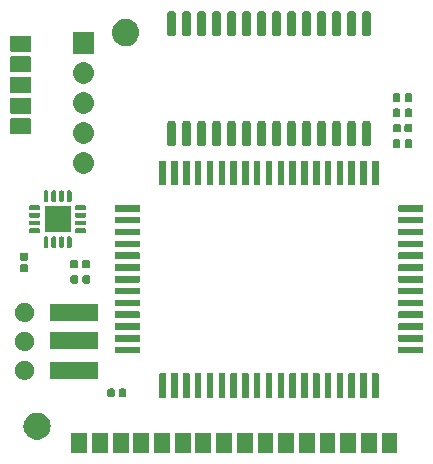
<source format=gbr>
%TF.GenerationSoftware,KiCad,Pcbnew,8.0.0*%
%TF.CreationDate,2024-03-23T09:44:43-04:00*%
%TF.ProjectId,N64SP PCB,4e363453-5020-4504-9342-2e6b69636164,rev?*%
%TF.SameCoordinates,Original*%
%TF.FileFunction,Soldermask,Top*%
%TF.FilePolarity,Negative*%
%FSLAX46Y46*%
G04 Gerber Fmt 4.6, Leading zero omitted, Abs format (unit mm)*
G04 Created by KiCad (PCBNEW 8.0.0) date 2024-03-23 09:44:43*
%MOMM*%
%LPD*%
G01*
G04 APERTURE LIST*
G04 APERTURE END LIST*
G36*
X116594517Y-69677882D02*
G01*
X116611062Y-69688938D01*
X116622118Y-69705483D01*
X116626000Y-69725000D01*
X116626000Y-70727500D01*
X116626000Y-71352500D01*
X116622118Y-71372017D01*
X116611062Y-71388562D01*
X116594517Y-71399618D01*
X116575000Y-71403500D01*
X115325000Y-71403500D01*
X115305483Y-71399618D01*
X115288938Y-71388562D01*
X115277882Y-71372017D01*
X115274000Y-71352500D01*
X115274000Y-70727500D01*
X115274000Y-69728449D01*
X115274000Y-69728448D01*
X115274000Y-69725000D01*
X115277882Y-69705483D01*
X115288938Y-69688938D01*
X115305483Y-69677882D01*
X115325000Y-69674000D01*
X116575000Y-69674000D01*
X116594517Y-69677882D01*
G37*
G36*
X118344517Y-69677882D02*
G01*
X118361062Y-69688938D01*
X118372118Y-69705483D01*
X118376000Y-69725000D01*
X118376000Y-70727500D01*
X118376000Y-71352500D01*
X118372118Y-71372017D01*
X118361062Y-71388562D01*
X118344517Y-71399618D01*
X118325000Y-71403500D01*
X117075000Y-71403500D01*
X117055483Y-71399618D01*
X117038938Y-71388562D01*
X117027882Y-71372017D01*
X117024000Y-71352500D01*
X117024000Y-70727500D01*
X117024000Y-69728449D01*
X117024000Y-69728448D01*
X117024000Y-69725000D01*
X117027882Y-69705483D01*
X117038938Y-69688938D01*
X117055483Y-69677882D01*
X117075000Y-69674000D01*
X118325000Y-69674000D01*
X118344517Y-69677882D01*
G37*
G36*
X120094517Y-69677882D02*
G01*
X120111062Y-69688938D01*
X120122118Y-69705483D01*
X120126000Y-69725000D01*
X120126000Y-70727500D01*
X120126000Y-71352500D01*
X120122118Y-71372017D01*
X120111062Y-71388562D01*
X120094517Y-71399618D01*
X120075000Y-71403500D01*
X118825000Y-71403500D01*
X118805483Y-71399618D01*
X118788938Y-71388562D01*
X118777882Y-71372017D01*
X118774000Y-71352500D01*
X118774000Y-70727500D01*
X118774000Y-69728449D01*
X118774000Y-69728448D01*
X118774000Y-69725000D01*
X118777882Y-69705483D01*
X118788938Y-69688938D01*
X118805483Y-69677882D01*
X118825000Y-69674000D01*
X120075000Y-69674000D01*
X120094517Y-69677882D01*
G37*
G36*
X121844517Y-69677882D02*
G01*
X121861062Y-69688938D01*
X121872118Y-69705483D01*
X121876000Y-69725000D01*
X121876000Y-70727500D01*
X121876000Y-71352500D01*
X121872118Y-71372017D01*
X121861062Y-71388562D01*
X121844517Y-71399618D01*
X121825000Y-71403500D01*
X120575000Y-71403500D01*
X120555483Y-71399618D01*
X120538938Y-71388562D01*
X120527882Y-71372017D01*
X120524000Y-71352500D01*
X120524000Y-70727500D01*
X120524000Y-69728449D01*
X120524000Y-69728448D01*
X120524000Y-69725000D01*
X120527882Y-69705483D01*
X120538938Y-69688938D01*
X120555483Y-69677882D01*
X120575000Y-69674000D01*
X121825000Y-69674000D01*
X121844517Y-69677882D01*
G37*
G36*
X123594517Y-69677882D02*
G01*
X123611062Y-69688938D01*
X123622118Y-69705483D01*
X123626000Y-69725000D01*
X123626000Y-70727500D01*
X123626000Y-71352500D01*
X123622118Y-71372017D01*
X123611062Y-71388562D01*
X123594517Y-71399618D01*
X123575000Y-71403500D01*
X122325000Y-71403500D01*
X122305483Y-71399618D01*
X122288938Y-71388562D01*
X122277882Y-71372017D01*
X122274000Y-71352500D01*
X122274000Y-70727500D01*
X122274000Y-69728449D01*
X122274000Y-69728448D01*
X122274000Y-69725000D01*
X122277882Y-69705483D01*
X122288938Y-69688938D01*
X122305483Y-69677882D01*
X122325000Y-69674000D01*
X123575000Y-69674000D01*
X123594517Y-69677882D01*
G37*
G36*
X125344517Y-69677882D02*
G01*
X125361062Y-69688938D01*
X125372118Y-69705483D01*
X125376000Y-69725000D01*
X125376000Y-70727500D01*
X125376000Y-71352500D01*
X125372118Y-71372017D01*
X125361062Y-71388562D01*
X125344517Y-71399618D01*
X125325000Y-71403500D01*
X124075000Y-71403500D01*
X124055483Y-71399618D01*
X124038938Y-71388562D01*
X124027882Y-71372017D01*
X124024000Y-71352500D01*
X124024000Y-70727500D01*
X124024000Y-69728449D01*
X124024000Y-69728448D01*
X124024000Y-69725000D01*
X124027882Y-69705483D01*
X124038938Y-69688938D01*
X124055483Y-69677882D01*
X124075000Y-69674000D01*
X125325000Y-69674000D01*
X125344517Y-69677882D01*
G37*
G36*
X127094517Y-69677882D02*
G01*
X127111062Y-69688938D01*
X127122118Y-69705483D01*
X127126000Y-69725000D01*
X127126000Y-70727500D01*
X127126000Y-71352500D01*
X127122118Y-71372017D01*
X127111062Y-71388562D01*
X127094517Y-71399618D01*
X127075000Y-71403500D01*
X125825000Y-71403500D01*
X125805483Y-71399618D01*
X125788938Y-71388562D01*
X125777882Y-71372017D01*
X125774000Y-71352500D01*
X125774000Y-70727500D01*
X125774000Y-69728449D01*
X125774000Y-69728448D01*
X125774000Y-69725000D01*
X125777882Y-69705483D01*
X125788938Y-69688938D01*
X125805483Y-69677882D01*
X125825000Y-69674000D01*
X127075000Y-69674000D01*
X127094517Y-69677882D01*
G37*
G36*
X128844517Y-69677882D02*
G01*
X128861062Y-69688938D01*
X128872118Y-69705483D01*
X128876000Y-69725000D01*
X128876000Y-70727500D01*
X128876000Y-71352500D01*
X128872118Y-71372017D01*
X128861062Y-71388562D01*
X128844517Y-71399618D01*
X128825000Y-71403500D01*
X127575000Y-71403500D01*
X127555483Y-71399618D01*
X127538938Y-71388562D01*
X127527882Y-71372017D01*
X127524000Y-71352500D01*
X127524000Y-70727500D01*
X127524000Y-69728449D01*
X127524000Y-69728448D01*
X127524000Y-69725000D01*
X127527882Y-69705483D01*
X127538938Y-69688938D01*
X127555483Y-69677882D01*
X127575000Y-69674000D01*
X128825000Y-69674000D01*
X128844517Y-69677882D01*
G37*
G36*
X130594517Y-69677882D02*
G01*
X130611062Y-69688938D01*
X130622118Y-69705483D01*
X130626000Y-69725000D01*
X130626000Y-70727500D01*
X130626000Y-71352500D01*
X130622118Y-71372017D01*
X130611062Y-71388562D01*
X130594517Y-71399618D01*
X130575000Y-71403500D01*
X129325000Y-71403500D01*
X129305483Y-71399618D01*
X129288938Y-71388562D01*
X129277882Y-71372017D01*
X129274000Y-71352500D01*
X129274000Y-70727500D01*
X129274000Y-69728449D01*
X129274000Y-69728448D01*
X129274000Y-69725000D01*
X129277882Y-69705483D01*
X129288938Y-69688938D01*
X129305483Y-69677882D01*
X129325000Y-69674000D01*
X130575000Y-69674000D01*
X130594517Y-69677882D01*
G37*
G36*
X132344517Y-69677882D02*
G01*
X132361062Y-69688938D01*
X132372118Y-69705483D01*
X132376000Y-69725000D01*
X132376000Y-70727500D01*
X132376000Y-71352500D01*
X132372118Y-71372017D01*
X132361062Y-71388562D01*
X132344517Y-71399618D01*
X132325000Y-71403500D01*
X131075000Y-71403500D01*
X131055483Y-71399618D01*
X131038938Y-71388562D01*
X131027882Y-71372017D01*
X131024000Y-71352500D01*
X131024000Y-70727500D01*
X131024000Y-69728449D01*
X131024000Y-69728448D01*
X131024000Y-69725000D01*
X131027882Y-69705483D01*
X131038938Y-69688938D01*
X131055483Y-69677882D01*
X131075000Y-69674000D01*
X132325000Y-69674000D01*
X132344517Y-69677882D01*
G37*
G36*
X134094517Y-69677882D02*
G01*
X134111062Y-69688938D01*
X134122118Y-69705483D01*
X134126000Y-69725000D01*
X134126000Y-70727500D01*
X134126000Y-71352500D01*
X134122118Y-71372017D01*
X134111062Y-71388562D01*
X134094517Y-71399618D01*
X134075000Y-71403500D01*
X132825000Y-71403500D01*
X132805483Y-71399618D01*
X132788938Y-71388562D01*
X132777882Y-71372017D01*
X132774000Y-71352500D01*
X132774000Y-70727500D01*
X132774000Y-69728449D01*
X132774000Y-69728448D01*
X132774000Y-69725000D01*
X132777882Y-69705483D01*
X132788938Y-69688938D01*
X132805483Y-69677882D01*
X132825000Y-69674000D01*
X134075000Y-69674000D01*
X134094517Y-69677882D01*
G37*
G36*
X135844517Y-69677882D02*
G01*
X135861062Y-69688938D01*
X135872118Y-69705483D01*
X135876000Y-69725000D01*
X135876000Y-70727500D01*
X135876000Y-71352500D01*
X135872118Y-71372017D01*
X135861062Y-71388562D01*
X135844517Y-71399618D01*
X135825000Y-71403500D01*
X134575000Y-71403500D01*
X134555483Y-71399618D01*
X134538938Y-71388562D01*
X134527882Y-71372017D01*
X134524000Y-71352500D01*
X134524000Y-70727500D01*
X134524000Y-69728449D01*
X134524000Y-69728448D01*
X134524000Y-69725000D01*
X134527882Y-69705483D01*
X134538938Y-69688938D01*
X134555483Y-69677882D01*
X134575000Y-69674000D01*
X135825000Y-69674000D01*
X135844517Y-69677882D01*
G37*
G36*
X137594517Y-69677882D02*
G01*
X137611062Y-69688938D01*
X137622118Y-69705483D01*
X137626000Y-69725000D01*
X137626000Y-70727500D01*
X137626000Y-71352500D01*
X137622118Y-71372017D01*
X137611062Y-71388562D01*
X137594517Y-71399618D01*
X137575000Y-71403500D01*
X136325000Y-71403500D01*
X136305483Y-71399618D01*
X136288938Y-71388562D01*
X136277882Y-71372017D01*
X136274000Y-71352500D01*
X136274000Y-70727500D01*
X136274000Y-69728449D01*
X136274000Y-69728448D01*
X136274000Y-69725000D01*
X136277882Y-69705483D01*
X136288938Y-69688938D01*
X136305483Y-69677882D01*
X136325000Y-69674000D01*
X137575000Y-69674000D01*
X137594517Y-69677882D01*
G37*
G36*
X139344517Y-69677882D02*
G01*
X139361062Y-69688938D01*
X139372118Y-69705483D01*
X139376000Y-69725000D01*
X139376000Y-70727500D01*
X139376000Y-71352500D01*
X139372118Y-71372017D01*
X139361062Y-71388562D01*
X139344517Y-71399618D01*
X139325000Y-71403500D01*
X138075000Y-71403500D01*
X138055483Y-71399618D01*
X138038938Y-71388562D01*
X138027882Y-71372017D01*
X138024000Y-71352500D01*
X138024000Y-70727500D01*
X138024000Y-69728449D01*
X138024000Y-69728448D01*
X138024000Y-69725000D01*
X138027882Y-69705483D01*
X138038938Y-69688938D01*
X138055483Y-69677882D01*
X138075000Y-69674000D01*
X139325000Y-69674000D01*
X139344517Y-69677882D01*
G37*
G36*
X141094517Y-69677882D02*
G01*
X141111062Y-69688938D01*
X141122118Y-69705483D01*
X141126000Y-69725000D01*
X141126000Y-70727500D01*
X141126000Y-71352500D01*
X141122118Y-71372017D01*
X141111062Y-71388562D01*
X141094517Y-71399618D01*
X141075000Y-71403500D01*
X139825000Y-71403500D01*
X139805483Y-71399618D01*
X139788938Y-71388562D01*
X139777882Y-71372017D01*
X139774000Y-71352500D01*
X139774000Y-70727500D01*
X139774000Y-69728449D01*
X139774000Y-69728448D01*
X139774000Y-69725000D01*
X139777882Y-69705483D01*
X139788938Y-69688938D01*
X139805483Y-69677882D01*
X139825000Y-69674000D01*
X141075000Y-69674000D01*
X141094517Y-69677882D01*
G37*
G36*
X142844517Y-69677882D02*
G01*
X142861062Y-69688938D01*
X142872118Y-69705483D01*
X142876000Y-69725000D01*
X142876000Y-70727500D01*
X142876000Y-71352500D01*
X142872118Y-71372017D01*
X142861062Y-71388562D01*
X142844517Y-71399618D01*
X142825000Y-71403500D01*
X141575000Y-71403500D01*
X141555483Y-71399618D01*
X141538938Y-71388562D01*
X141527882Y-71372017D01*
X141524000Y-71352500D01*
X141524000Y-70727500D01*
X141524000Y-69728449D01*
X141524000Y-69728448D01*
X141524000Y-69725000D01*
X141527882Y-69705483D01*
X141538938Y-69688938D01*
X141555483Y-69677882D01*
X141575000Y-69674000D01*
X142825000Y-69674000D01*
X142844517Y-69677882D01*
G37*
G36*
X112674986Y-68042939D02*
G01*
X112873045Y-68119667D01*
X113053632Y-68231482D01*
X113210599Y-68374576D01*
X113338600Y-68544077D01*
X113433276Y-68734211D01*
X113491402Y-68938504D01*
X113511000Y-69150000D01*
X113491402Y-69361496D01*
X113433276Y-69565789D01*
X113338600Y-69755923D01*
X113210599Y-69925424D01*
X113053632Y-70068518D01*
X112873045Y-70180333D01*
X112674986Y-70257061D01*
X112466201Y-70296090D01*
X112253799Y-70296090D01*
X112045014Y-70257061D01*
X111846955Y-70180333D01*
X111666368Y-70068518D01*
X111509401Y-69925424D01*
X111381400Y-69755923D01*
X111286724Y-69565789D01*
X111228598Y-69361496D01*
X111209000Y-69150000D01*
X111228598Y-68938504D01*
X111286724Y-68734211D01*
X111381400Y-68544077D01*
X111509401Y-68374576D01*
X111666368Y-68231482D01*
X111846955Y-68119667D01*
X112045014Y-68042939D01*
X112253799Y-68003910D01*
X112466201Y-68003910D01*
X112674986Y-68042939D01*
G37*
G36*
X123244517Y-64652882D02*
G01*
X123261062Y-64663938D01*
X123272118Y-64680483D01*
X123276000Y-64700000D01*
X123276000Y-66700000D01*
X123272118Y-66719517D01*
X123261062Y-66736062D01*
X123244517Y-66747118D01*
X123225000Y-66751000D01*
X122775000Y-66751000D01*
X122755483Y-66747118D01*
X122738938Y-66736062D01*
X122727882Y-66719517D01*
X122724000Y-66700000D01*
X122724000Y-64700000D01*
X122727882Y-64680483D01*
X122738938Y-64663938D01*
X122755483Y-64652882D01*
X122775000Y-64649000D01*
X123225000Y-64649000D01*
X123244517Y-64652882D01*
G37*
G36*
X124244517Y-64652882D02*
G01*
X124261062Y-64663938D01*
X124272118Y-64680483D01*
X124276000Y-64700000D01*
X124276000Y-66700000D01*
X124272118Y-66719517D01*
X124261062Y-66736062D01*
X124244517Y-66747118D01*
X124225000Y-66751000D01*
X123775000Y-66751000D01*
X123755483Y-66747118D01*
X123738938Y-66736062D01*
X123727882Y-66719517D01*
X123724000Y-66700000D01*
X123724000Y-64700000D01*
X123727882Y-64680483D01*
X123738938Y-64663938D01*
X123755483Y-64652882D01*
X123775000Y-64649000D01*
X124225000Y-64649000D01*
X124244517Y-64652882D01*
G37*
G36*
X125244517Y-64652882D02*
G01*
X125261062Y-64663938D01*
X125272118Y-64680483D01*
X125276000Y-64700000D01*
X125276000Y-66700000D01*
X125272118Y-66719517D01*
X125261062Y-66736062D01*
X125244517Y-66747118D01*
X125225000Y-66751000D01*
X124775000Y-66751000D01*
X124755483Y-66747118D01*
X124738938Y-66736062D01*
X124727882Y-66719517D01*
X124724000Y-66700000D01*
X124724000Y-64700000D01*
X124727882Y-64680483D01*
X124738938Y-64663938D01*
X124755483Y-64652882D01*
X124775000Y-64649000D01*
X125225000Y-64649000D01*
X125244517Y-64652882D01*
G37*
G36*
X126244517Y-64652882D02*
G01*
X126261062Y-64663938D01*
X126272118Y-64680483D01*
X126276000Y-64700000D01*
X126276000Y-66700000D01*
X126272118Y-66719517D01*
X126261062Y-66736062D01*
X126244517Y-66747118D01*
X126225000Y-66751000D01*
X125775000Y-66751000D01*
X125755483Y-66747118D01*
X125738938Y-66736062D01*
X125727882Y-66719517D01*
X125724000Y-66700000D01*
X125724000Y-64700000D01*
X125727882Y-64680483D01*
X125738938Y-64663938D01*
X125755483Y-64652882D01*
X125775000Y-64649000D01*
X126225000Y-64649000D01*
X126244517Y-64652882D01*
G37*
G36*
X127244517Y-64652882D02*
G01*
X127261062Y-64663938D01*
X127272118Y-64680483D01*
X127276000Y-64700000D01*
X127276000Y-66700000D01*
X127272118Y-66719517D01*
X127261062Y-66736062D01*
X127244517Y-66747118D01*
X127225000Y-66751000D01*
X126775000Y-66751000D01*
X126755483Y-66747118D01*
X126738938Y-66736062D01*
X126727882Y-66719517D01*
X126724000Y-66700000D01*
X126724000Y-64700000D01*
X126727882Y-64680483D01*
X126738938Y-64663938D01*
X126755483Y-64652882D01*
X126775000Y-64649000D01*
X127225000Y-64649000D01*
X127244517Y-64652882D01*
G37*
G36*
X128244517Y-64652882D02*
G01*
X128261062Y-64663938D01*
X128272118Y-64680483D01*
X128276000Y-64700000D01*
X128276000Y-66700000D01*
X128272118Y-66719517D01*
X128261062Y-66736062D01*
X128244517Y-66747118D01*
X128225000Y-66751000D01*
X127775000Y-66751000D01*
X127755483Y-66747118D01*
X127738938Y-66736062D01*
X127727882Y-66719517D01*
X127724000Y-66700000D01*
X127724000Y-64700000D01*
X127727882Y-64680483D01*
X127738938Y-64663938D01*
X127755483Y-64652882D01*
X127775000Y-64649000D01*
X128225000Y-64649000D01*
X128244517Y-64652882D01*
G37*
G36*
X129244517Y-64652882D02*
G01*
X129261062Y-64663938D01*
X129272118Y-64680483D01*
X129276000Y-64700000D01*
X129276000Y-66700000D01*
X129272118Y-66719517D01*
X129261062Y-66736062D01*
X129244517Y-66747118D01*
X129225000Y-66751000D01*
X128775000Y-66751000D01*
X128755483Y-66747118D01*
X128738938Y-66736062D01*
X128727882Y-66719517D01*
X128724000Y-66700000D01*
X128724000Y-64700000D01*
X128727882Y-64680483D01*
X128738938Y-64663938D01*
X128755483Y-64652882D01*
X128775000Y-64649000D01*
X129225000Y-64649000D01*
X129244517Y-64652882D01*
G37*
G36*
X130244517Y-64652882D02*
G01*
X130261062Y-64663938D01*
X130272118Y-64680483D01*
X130276000Y-64700000D01*
X130276000Y-66700000D01*
X130272118Y-66719517D01*
X130261062Y-66736062D01*
X130244517Y-66747118D01*
X130225000Y-66751000D01*
X129775000Y-66751000D01*
X129755483Y-66747118D01*
X129738938Y-66736062D01*
X129727882Y-66719517D01*
X129724000Y-66700000D01*
X129724000Y-64700000D01*
X129727882Y-64680483D01*
X129738938Y-64663938D01*
X129755483Y-64652882D01*
X129775000Y-64649000D01*
X130225000Y-64649000D01*
X130244517Y-64652882D01*
G37*
G36*
X131244517Y-64652882D02*
G01*
X131261062Y-64663938D01*
X131272118Y-64680483D01*
X131276000Y-64700000D01*
X131276000Y-66700000D01*
X131272118Y-66719517D01*
X131261062Y-66736062D01*
X131244517Y-66747118D01*
X131225000Y-66751000D01*
X130775000Y-66751000D01*
X130755483Y-66747118D01*
X130738938Y-66736062D01*
X130727882Y-66719517D01*
X130724000Y-66700000D01*
X130724000Y-64700000D01*
X130727882Y-64680483D01*
X130738938Y-64663938D01*
X130755483Y-64652882D01*
X130775000Y-64649000D01*
X131225000Y-64649000D01*
X131244517Y-64652882D01*
G37*
G36*
X132244517Y-64652882D02*
G01*
X132261062Y-64663938D01*
X132272118Y-64680483D01*
X132276000Y-64700000D01*
X132276000Y-66700000D01*
X132272118Y-66719517D01*
X132261062Y-66736062D01*
X132244517Y-66747118D01*
X132225000Y-66751000D01*
X131775000Y-66751000D01*
X131755483Y-66747118D01*
X131738938Y-66736062D01*
X131727882Y-66719517D01*
X131724000Y-66700000D01*
X131724000Y-64700000D01*
X131727882Y-64680483D01*
X131738938Y-64663938D01*
X131755483Y-64652882D01*
X131775000Y-64649000D01*
X132225000Y-64649000D01*
X132244517Y-64652882D01*
G37*
G36*
X133244517Y-64652882D02*
G01*
X133261062Y-64663938D01*
X133272118Y-64680483D01*
X133276000Y-64700000D01*
X133276000Y-66700000D01*
X133272118Y-66719517D01*
X133261062Y-66736062D01*
X133244517Y-66747118D01*
X133225000Y-66751000D01*
X132775000Y-66751000D01*
X132755483Y-66747118D01*
X132738938Y-66736062D01*
X132727882Y-66719517D01*
X132724000Y-66700000D01*
X132724000Y-64700000D01*
X132727882Y-64680483D01*
X132738938Y-64663938D01*
X132755483Y-64652882D01*
X132775000Y-64649000D01*
X133225000Y-64649000D01*
X133244517Y-64652882D01*
G37*
G36*
X134244517Y-64652882D02*
G01*
X134261062Y-64663938D01*
X134272118Y-64680483D01*
X134276000Y-64700000D01*
X134276000Y-66700000D01*
X134272118Y-66719517D01*
X134261062Y-66736062D01*
X134244517Y-66747118D01*
X134225000Y-66751000D01*
X133775000Y-66751000D01*
X133755483Y-66747118D01*
X133738938Y-66736062D01*
X133727882Y-66719517D01*
X133724000Y-66700000D01*
X133724000Y-64700000D01*
X133727882Y-64680483D01*
X133738938Y-64663938D01*
X133755483Y-64652882D01*
X133775000Y-64649000D01*
X134225000Y-64649000D01*
X134244517Y-64652882D01*
G37*
G36*
X135244517Y-64652882D02*
G01*
X135261062Y-64663938D01*
X135272118Y-64680483D01*
X135276000Y-64700000D01*
X135276000Y-66700000D01*
X135272118Y-66719517D01*
X135261062Y-66736062D01*
X135244517Y-66747118D01*
X135225000Y-66751000D01*
X134775000Y-66751000D01*
X134755483Y-66747118D01*
X134738938Y-66736062D01*
X134727882Y-66719517D01*
X134724000Y-66700000D01*
X134724000Y-64700000D01*
X134727882Y-64680483D01*
X134738938Y-64663938D01*
X134755483Y-64652882D01*
X134775000Y-64649000D01*
X135225000Y-64649000D01*
X135244517Y-64652882D01*
G37*
G36*
X136244517Y-64652882D02*
G01*
X136261062Y-64663938D01*
X136272118Y-64680483D01*
X136276000Y-64700000D01*
X136276000Y-66700000D01*
X136272118Y-66719517D01*
X136261062Y-66736062D01*
X136244517Y-66747118D01*
X136225000Y-66751000D01*
X135775000Y-66751000D01*
X135755483Y-66747118D01*
X135738938Y-66736062D01*
X135727882Y-66719517D01*
X135724000Y-66700000D01*
X135724000Y-64700000D01*
X135727882Y-64680483D01*
X135738938Y-64663938D01*
X135755483Y-64652882D01*
X135775000Y-64649000D01*
X136225000Y-64649000D01*
X136244517Y-64652882D01*
G37*
G36*
X137244517Y-64652882D02*
G01*
X137261062Y-64663938D01*
X137272118Y-64680483D01*
X137276000Y-64700000D01*
X137276000Y-66700000D01*
X137272118Y-66719517D01*
X137261062Y-66736062D01*
X137244517Y-66747118D01*
X137225000Y-66751000D01*
X136775000Y-66751000D01*
X136755483Y-66747118D01*
X136738938Y-66736062D01*
X136727882Y-66719517D01*
X136724000Y-66700000D01*
X136724000Y-64700000D01*
X136727882Y-64680483D01*
X136738938Y-64663938D01*
X136755483Y-64652882D01*
X136775000Y-64649000D01*
X137225000Y-64649000D01*
X137244517Y-64652882D01*
G37*
G36*
X138244517Y-64652882D02*
G01*
X138261062Y-64663938D01*
X138272118Y-64680483D01*
X138276000Y-64700000D01*
X138276000Y-66700000D01*
X138272118Y-66719517D01*
X138261062Y-66736062D01*
X138244517Y-66747118D01*
X138225000Y-66751000D01*
X137775000Y-66751000D01*
X137755483Y-66747118D01*
X137738938Y-66736062D01*
X137727882Y-66719517D01*
X137724000Y-66700000D01*
X137724000Y-64700000D01*
X137727882Y-64680483D01*
X137738938Y-64663938D01*
X137755483Y-64652882D01*
X137775000Y-64649000D01*
X138225000Y-64649000D01*
X138244517Y-64652882D01*
G37*
G36*
X139244517Y-64652882D02*
G01*
X139261062Y-64663938D01*
X139272118Y-64680483D01*
X139276000Y-64700000D01*
X139276000Y-66700000D01*
X139272118Y-66719517D01*
X139261062Y-66736062D01*
X139244517Y-66747118D01*
X139225000Y-66751000D01*
X138775000Y-66751000D01*
X138755483Y-66747118D01*
X138738938Y-66736062D01*
X138727882Y-66719517D01*
X138724000Y-66700000D01*
X138724000Y-64700000D01*
X138727882Y-64680483D01*
X138738938Y-64663938D01*
X138755483Y-64652882D01*
X138775000Y-64649000D01*
X139225000Y-64649000D01*
X139244517Y-64652882D01*
G37*
G36*
X140244517Y-64652882D02*
G01*
X140261062Y-64663938D01*
X140272118Y-64680483D01*
X140276000Y-64700000D01*
X140276000Y-66700000D01*
X140272118Y-66719517D01*
X140261062Y-66736062D01*
X140244517Y-66747118D01*
X140225000Y-66751000D01*
X139775000Y-66751000D01*
X139755483Y-66747118D01*
X139738938Y-66736062D01*
X139727882Y-66719517D01*
X139724000Y-66700000D01*
X139724000Y-64700000D01*
X139727882Y-64680483D01*
X139738938Y-64663938D01*
X139755483Y-64652882D01*
X139775000Y-64649000D01*
X140225000Y-64649000D01*
X140244517Y-64652882D01*
G37*
G36*
X141244517Y-64652882D02*
G01*
X141261062Y-64663938D01*
X141272118Y-64680483D01*
X141276000Y-64700000D01*
X141276000Y-66700000D01*
X141272118Y-66719517D01*
X141261062Y-66736062D01*
X141244517Y-66747118D01*
X141225000Y-66751000D01*
X140775000Y-66751000D01*
X140755483Y-66747118D01*
X140738938Y-66736062D01*
X140727882Y-66719517D01*
X140724000Y-66700000D01*
X140724000Y-64700000D01*
X140727882Y-64680483D01*
X140738938Y-64663938D01*
X140755483Y-64652882D01*
X140775000Y-64649000D01*
X141225000Y-64649000D01*
X141244517Y-64652882D01*
G37*
G36*
X118853093Y-65953539D02*
G01*
X118915057Y-65994943D01*
X118956461Y-66056907D01*
X118971000Y-66130000D01*
X118971000Y-66470000D01*
X118956461Y-66543093D01*
X118915057Y-66605057D01*
X118853093Y-66646461D01*
X118780000Y-66661000D01*
X118500000Y-66661000D01*
X118426907Y-66646461D01*
X118364943Y-66605057D01*
X118323539Y-66543093D01*
X118309000Y-66470000D01*
X118309000Y-66130000D01*
X118323539Y-66056907D01*
X118364943Y-65994943D01*
X118426907Y-65953539D01*
X118500000Y-65939000D01*
X118780000Y-65939000D01*
X118853093Y-65953539D01*
G37*
G36*
X119813093Y-65953539D02*
G01*
X119875057Y-65994943D01*
X119916461Y-66056907D01*
X119931000Y-66130000D01*
X119931000Y-66470000D01*
X119916461Y-66543093D01*
X119875057Y-66605057D01*
X119813093Y-66646461D01*
X119740000Y-66661000D01*
X119460000Y-66661000D01*
X119386907Y-66646461D01*
X119324943Y-66605057D01*
X119283539Y-66543093D01*
X119269000Y-66470000D01*
X119269000Y-66130000D01*
X119283539Y-66056907D01*
X119324943Y-65994943D01*
X119386907Y-65953539D01*
X119460000Y-65939000D01*
X119740000Y-65939000D01*
X119813093Y-65953539D01*
G37*
G36*
X111341225Y-63591645D02*
G01*
X111384962Y-63591645D01*
X111434301Y-63602132D01*
X111480910Y-63607384D01*
X111514802Y-63619243D01*
X111551172Y-63626974D01*
X111603584Y-63650309D01*
X111652747Y-63667512D01*
X111678336Y-63683590D01*
X111706401Y-63696086D01*
X111758732Y-63734107D01*
X111806897Y-63764371D01*
X111824193Y-63781667D01*
X111843875Y-63795967D01*
X111892529Y-63850003D01*
X111935629Y-63893103D01*
X111945543Y-63908881D01*
X111957575Y-63922244D01*
X111998739Y-63993542D01*
X112032488Y-64047253D01*
X112036701Y-64059294D01*
X112042536Y-64069400D01*
X112072411Y-64161349D01*
X112092616Y-64219090D01*
X112093382Y-64225890D01*
X112095045Y-64231008D01*
X112110127Y-64374502D01*
X112113000Y-64400000D01*
X112110126Y-64425500D01*
X112095045Y-64568991D01*
X112093382Y-64574107D01*
X112092616Y-64580910D01*
X112072407Y-64638663D01*
X112042536Y-64730599D01*
X112036702Y-64740703D01*
X112032488Y-64752747D01*
X111998732Y-64806468D01*
X111957575Y-64877755D01*
X111945545Y-64891115D01*
X111935629Y-64906897D01*
X111892520Y-64950005D01*
X111843875Y-65004032D01*
X111824197Y-65018328D01*
X111806897Y-65035629D01*
X111758722Y-65065899D01*
X111706401Y-65103913D01*
X111678341Y-65116405D01*
X111652747Y-65132488D01*
X111603573Y-65149694D01*
X111551172Y-65173025D01*
X111514808Y-65180754D01*
X111480910Y-65192616D01*
X111434298Y-65197867D01*
X111384962Y-65208355D01*
X111341225Y-65208355D01*
X111300000Y-65213000D01*
X111258775Y-65208355D01*
X111215038Y-65208355D01*
X111165701Y-65197867D01*
X111119090Y-65192616D01*
X111085192Y-65180754D01*
X111048827Y-65173025D01*
X110996421Y-65149692D01*
X110947253Y-65132488D01*
X110921660Y-65116407D01*
X110893598Y-65103913D01*
X110841270Y-65065894D01*
X110793103Y-65035629D01*
X110775805Y-65018331D01*
X110756124Y-65004032D01*
X110707469Y-64949995D01*
X110664371Y-64906897D01*
X110654457Y-64891119D01*
X110642424Y-64877755D01*
X110601255Y-64806448D01*
X110567512Y-64752747D01*
X110563299Y-64740707D01*
X110557463Y-64730599D01*
X110527578Y-64638623D01*
X110507384Y-64580910D01*
X110506618Y-64574112D01*
X110504954Y-64568991D01*
X110489858Y-64425367D01*
X110487000Y-64400000D01*
X110489858Y-64374634D01*
X110504954Y-64231008D01*
X110506618Y-64225885D01*
X110507384Y-64219090D01*
X110527574Y-64161389D01*
X110557463Y-64069400D01*
X110563300Y-64059289D01*
X110567512Y-64047253D01*
X110601248Y-63993562D01*
X110642424Y-63922244D01*
X110654459Y-63908877D01*
X110664371Y-63893103D01*
X110707460Y-63850013D01*
X110756124Y-63795967D01*
X110775808Y-63781665D01*
X110793103Y-63764371D01*
X110841264Y-63734109D01*
X110893599Y-63696086D01*
X110921664Y-63683590D01*
X110947253Y-63667512D01*
X110996412Y-63650310D01*
X111048827Y-63626974D01*
X111085198Y-63619243D01*
X111119090Y-63607384D01*
X111165698Y-63602132D01*
X111215038Y-63591645D01*
X111258775Y-63591645D01*
X111300000Y-63587000D01*
X111341225Y-63591645D01*
G37*
G36*
X117519517Y-63702882D02*
G01*
X117536062Y-63713938D01*
X117547118Y-63730483D01*
X117551000Y-63750000D01*
X117551000Y-65050000D01*
X117547118Y-65069517D01*
X117536062Y-65086062D01*
X117519517Y-65097118D01*
X117500000Y-65101000D01*
X113500000Y-65101000D01*
X113480483Y-65097118D01*
X113463938Y-65086062D01*
X113452882Y-65069517D01*
X113449000Y-65050000D01*
X113449000Y-63750000D01*
X113452882Y-63730483D01*
X113463938Y-63713938D01*
X113480483Y-63702882D01*
X113500000Y-63699000D01*
X117500000Y-63699000D01*
X117519517Y-63702882D01*
G37*
G36*
X121019517Y-62427882D02*
G01*
X121036062Y-62438938D01*
X121047118Y-62455483D01*
X121051000Y-62475000D01*
X121051000Y-62925000D01*
X121047118Y-62944517D01*
X121036062Y-62961062D01*
X121019517Y-62972118D01*
X121000000Y-62976000D01*
X119000000Y-62976000D01*
X118980483Y-62972118D01*
X118963938Y-62961062D01*
X118952882Y-62944517D01*
X118949000Y-62925000D01*
X118949000Y-62475000D01*
X118952882Y-62455483D01*
X118963938Y-62438938D01*
X118980483Y-62427882D01*
X119000000Y-62424000D01*
X121000000Y-62424000D01*
X121019517Y-62427882D01*
G37*
G36*
X145019517Y-62427882D02*
G01*
X145036062Y-62438938D01*
X145047118Y-62455483D01*
X145051000Y-62475000D01*
X145051000Y-62925000D01*
X145047118Y-62944517D01*
X145036062Y-62961062D01*
X145019517Y-62972118D01*
X145000000Y-62976000D01*
X143000000Y-62976000D01*
X142980483Y-62972118D01*
X142963938Y-62961062D01*
X142952882Y-62944517D01*
X142949000Y-62925000D01*
X142949000Y-62475000D01*
X142952882Y-62455483D01*
X142963938Y-62438938D01*
X142980483Y-62427882D01*
X143000000Y-62424000D01*
X145000000Y-62424000D01*
X145019517Y-62427882D01*
G37*
G36*
X111341225Y-61141645D02*
G01*
X111384962Y-61141645D01*
X111434301Y-61152132D01*
X111480910Y-61157384D01*
X111514802Y-61169243D01*
X111551172Y-61176974D01*
X111603584Y-61200309D01*
X111652747Y-61217512D01*
X111678336Y-61233590D01*
X111706401Y-61246086D01*
X111758732Y-61284107D01*
X111806897Y-61314371D01*
X111824193Y-61331667D01*
X111843875Y-61345967D01*
X111892529Y-61400003D01*
X111935629Y-61443103D01*
X111945543Y-61458881D01*
X111957575Y-61472244D01*
X111998739Y-61543542D01*
X112032488Y-61597253D01*
X112036701Y-61609294D01*
X112042536Y-61619400D01*
X112072411Y-61711349D01*
X112092616Y-61769090D01*
X112093382Y-61775890D01*
X112095045Y-61781008D01*
X112110127Y-61924502D01*
X112113000Y-61950000D01*
X112110126Y-61975500D01*
X112095045Y-62118991D01*
X112093382Y-62124107D01*
X112092616Y-62130910D01*
X112072407Y-62188663D01*
X112042536Y-62280599D01*
X112036702Y-62290703D01*
X112032488Y-62302747D01*
X111998732Y-62356468D01*
X111957575Y-62427755D01*
X111945545Y-62441115D01*
X111935629Y-62456897D01*
X111892520Y-62500005D01*
X111843875Y-62554032D01*
X111824197Y-62568328D01*
X111806897Y-62585629D01*
X111758722Y-62615899D01*
X111706401Y-62653913D01*
X111678341Y-62666405D01*
X111652747Y-62682488D01*
X111603573Y-62699694D01*
X111551172Y-62723025D01*
X111514808Y-62730754D01*
X111480910Y-62742616D01*
X111434298Y-62747867D01*
X111384962Y-62758355D01*
X111341225Y-62758355D01*
X111300000Y-62763000D01*
X111258775Y-62758355D01*
X111215038Y-62758355D01*
X111165701Y-62747867D01*
X111119090Y-62742616D01*
X111085192Y-62730754D01*
X111048827Y-62723025D01*
X110996421Y-62699692D01*
X110947253Y-62682488D01*
X110921660Y-62666407D01*
X110893598Y-62653913D01*
X110841270Y-62615894D01*
X110793103Y-62585629D01*
X110775805Y-62568331D01*
X110756124Y-62554032D01*
X110707469Y-62499995D01*
X110664371Y-62456897D01*
X110654457Y-62441119D01*
X110642424Y-62427755D01*
X110601255Y-62356448D01*
X110567512Y-62302747D01*
X110563299Y-62290707D01*
X110557463Y-62280599D01*
X110527578Y-62188623D01*
X110507384Y-62130910D01*
X110506618Y-62124112D01*
X110504954Y-62118991D01*
X110489858Y-61975367D01*
X110487000Y-61950000D01*
X110489858Y-61924634D01*
X110504954Y-61781008D01*
X110506618Y-61775885D01*
X110507384Y-61769090D01*
X110527574Y-61711389D01*
X110557463Y-61619400D01*
X110563300Y-61609289D01*
X110567512Y-61597253D01*
X110601248Y-61543562D01*
X110642424Y-61472244D01*
X110654459Y-61458877D01*
X110664371Y-61443103D01*
X110707460Y-61400013D01*
X110756124Y-61345967D01*
X110775808Y-61331665D01*
X110793103Y-61314371D01*
X110841264Y-61284109D01*
X110893599Y-61246086D01*
X110921664Y-61233590D01*
X110947253Y-61217512D01*
X110996412Y-61200310D01*
X111048827Y-61176974D01*
X111085198Y-61169243D01*
X111119090Y-61157384D01*
X111165698Y-61152132D01*
X111215038Y-61141645D01*
X111258775Y-61141645D01*
X111300000Y-61137000D01*
X111341225Y-61141645D01*
G37*
G36*
X117519517Y-61202882D02*
G01*
X117536062Y-61213938D01*
X117547118Y-61230483D01*
X117551000Y-61250000D01*
X117551000Y-62550000D01*
X117547118Y-62569517D01*
X117536062Y-62586062D01*
X117519517Y-62597118D01*
X117500000Y-62601000D01*
X113500000Y-62601000D01*
X113480483Y-62597118D01*
X113463938Y-62586062D01*
X113452882Y-62569517D01*
X113449000Y-62550000D01*
X113449000Y-61250000D01*
X113452882Y-61230483D01*
X113463938Y-61213938D01*
X113480483Y-61202882D01*
X113500000Y-61199000D01*
X117500000Y-61199000D01*
X117519517Y-61202882D01*
G37*
G36*
X121019517Y-61427882D02*
G01*
X121036062Y-61438938D01*
X121047118Y-61455483D01*
X121051000Y-61475000D01*
X121051000Y-61925000D01*
X121047118Y-61944517D01*
X121036062Y-61961062D01*
X121019517Y-61972118D01*
X121000000Y-61976000D01*
X119000000Y-61976000D01*
X118980483Y-61972118D01*
X118963938Y-61961062D01*
X118952882Y-61944517D01*
X118949000Y-61925000D01*
X118949000Y-61475000D01*
X118952882Y-61455483D01*
X118963938Y-61438938D01*
X118980483Y-61427882D01*
X119000000Y-61424000D01*
X121000000Y-61424000D01*
X121019517Y-61427882D01*
G37*
G36*
X145019517Y-61427882D02*
G01*
X145036062Y-61438938D01*
X145047118Y-61455483D01*
X145051000Y-61475000D01*
X145051000Y-61925000D01*
X145047118Y-61944517D01*
X145036062Y-61961062D01*
X145019517Y-61972118D01*
X145000000Y-61976000D01*
X143000000Y-61976000D01*
X142980483Y-61972118D01*
X142963938Y-61961062D01*
X142952882Y-61944517D01*
X142949000Y-61925000D01*
X142949000Y-61475000D01*
X142952882Y-61455483D01*
X142963938Y-61438938D01*
X142980483Y-61427882D01*
X143000000Y-61424000D01*
X145000000Y-61424000D01*
X145019517Y-61427882D01*
G37*
G36*
X121019517Y-60427882D02*
G01*
X121036062Y-60438938D01*
X121047118Y-60455483D01*
X121051000Y-60475000D01*
X121051000Y-60925000D01*
X121047118Y-60944517D01*
X121036062Y-60961062D01*
X121019517Y-60972118D01*
X121000000Y-60976000D01*
X119000000Y-60976000D01*
X118980483Y-60972118D01*
X118963938Y-60961062D01*
X118952882Y-60944517D01*
X118949000Y-60925000D01*
X118949000Y-60475000D01*
X118952882Y-60455483D01*
X118963938Y-60438938D01*
X118980483Y-60427882D01*
X119000000Y-60424000D01*
X121000000Y-60424000D01*
X121019517Y-60427882D01*
G37*
G36*
X145019517Y-60427882D02*
G01*
X145036062Y-60438938D01*
X145047118Y-60455483D01*
X145051000Y-60475000D01*
X145051000Y-60925000D01*
X145047118Y-60944517D01*
X145036062Y-60961062D01*
X145019517Y-60972118D01*
X145000000Y-60976000D01*
X143000000Y-60976000D01*
X142980483Y-60972118D01*
X142963938Y-60961062D01*
X142952882Y-60944517D01*
X142949000Y-60925000D01*
X142949000Y-60475000D01*
X142952882Y-60455483D01*
X142963938Y-60438938D01*
X142980483Y-60427882D01*
X143000000Y-60424000D01*
X145000000Y-60424000D01*
X145019517Y-60427882D01*
G37*
G36*
X111341225Y-58691645D02*
G01*
X111384962Y-58691645D01*
X111434301Y-58702132D01*
X111480910Y-58707384D01*
X111514802Y-58719243D01*
X111551172Y-58726974D01*
X111603584Y-58750309D01*
X111652747Y-58767512D01*
X111678336Y-58783590D01*
X111706401Y-58796086D01*
X111758732Y-58834107D01*
X111806897Y-58864371D01*
X111824193Y-58881667D01*
X111843875Y-58895967D01*
X111892529Y-58950003D01*
X111935629Y-58993103D01*
X111945543Y-59008881D01*
X111957575Y-59022244D01*
X111998739Y-59093542D01*
X112032488Y-59147253D01*
X112036701Y-59159294D01*
X112042536Y-59169400D01*
X112072411Y-59261349D01*
X112092616Y-59319090D01*
X112093382Y-59325890D01*
X112095045Y-59331008D01*
X112110127Y-59474502D01*
X112113000Y-59500000D01*
X112110126Y-59525500D01*
X112095045Y-59668991D01*
X112093382Y-59674107D01*
X112092616Y-59680910D01*
X112072407Y-59738663D01*
X112042536Y-59830599D01*
X112036702Y-59840703D01*
X112032488Y-59852747D01*
X111998732Y-59906468D01*
X111957575Y-59977755D01*
X111945545Y-59991115D01*
X111935629Y-60006897D01*
X111892520Y-60050005D01*
X111843875Y-60104032D01*
X111824197Y-60118328D01*
X111806897Y-60135629D01*
X111758722Y-60165899D01*
X111706401Y-60203913D01*
X111678341Y-60216405D01*
X111652747Y-60232488D01*
X111603573Y-60249694D01*
X111551172Y-60273025D01*
X111514808Y-60280754D01*
X111480910Y-60292616D01*
X111434298Y-60297867D01*
X111384962Y-60308355D01*
X111341225Y-60308355D01*
X111300000Y-60313000D01*
X111258775Y-60308355D01*
X111215038Y-60308355D01*
X111165701Y-60297867D01*
X111119090Y-60292616D01*
X111085192Y-60280754D01*
X111048827Y-60273025D01*
X110996421Y-60249692D01*
X110947253Y-60232488D01*
X110921660Y-60216407D01*
X110893598Y-60203913D01*
X110841270Y-60165894D01*
X110793103Y-60135629D01*
X110775805Y-60118331D01*
X110756124Y-60104032D01*
X110707469Y-60049995D01*
X110664371Y-60006897D01*
X110654457Y-59991119D01*
X110642424Y-59977755D01*
X110601255Y-59906448D01*
X110567512Y-59852747D01*
X110563299Y-59840707D01*
X110557463Y-59830599D01*
X110527578Y-59738623D01*
X110507384Y-59680910D01*
X110506618Y-59674112D01*
X110504954Y-59668991D01*
X110489858Y-59525367D01*
X110487000Y-59500000D01*
X110489858Y-59474634D01*
X110504954Y-59331008D01*
X110506618Y-59325885D01*
X110507384Y-59319090D01*
X110527574Y-59261389D01*
X110557463Y-59169400D01*
X110563300Y-59159289D01*
X110567512Y-59147253D01*
X110601248Y-59093562D01*
X110642424Y-59022244D01*
X110654459Y-59008877D01*
X110664371Y-58993103D01*
X110707460Y-58950013D01*
X110756124Y-58895967D01*
X110775808Y-58881665D01*
X110793103Y-58864371D01*
X110841264Y-58834109D01*
X110893599Y-58796086D01*
X110921664Y-58783590D01*
X110947253Y-58767512D01*
X110996412Y-58750310D01*
X111048827Y-58726974D01*
X111085198Y-58719243D01*
X111119090Y-58707384D01*
X111165698Y-58702132D01*
X111215038Y-58691645D01*
X111258775Y-58691645D01*
X111300000Y-58687000D01*
X111341225Y-58691645D01*
G37*
G36*
X117519517Y-58802882D02*
G01*
X117536062Y-58813938D01*
X117547118Y-58830483D01*
X117551000Y-58850000D01*
X117551000Y-60150000D01*
X117547118Y-60169517D01*
X117536062Y-60186062D01*
X117519517Y-60197118D01*
X117500000Y-60201000D01*
X113500000Y-60201000D01*
X113480483Y-60197118D01*
X113463938Y-60186062D01*
X113452882Y-60169517D01*
X113449000Y-60150000D01*
X113449000Y-58850000D01*
X113452882Y-58830483D01*
X113463938Y-58813938D01*
X113480483Y-58802882D01*
X113500000Y-58799000D01*
X117500000Y-58799000D01*
X117519517Y-58802882D01*
G37*
G36*
X121019517Y-59427882D02*
G01*
X121036062Y-59438938D01*
X121047118Y-59455483D01*
X121051000Y-59475000D01*
X121051000Y-59925000D01*
X121047118Y-59944517D01*
X121036062Y-59961062D01*
X121019517Y-59972118D01*
X121000000Y-59976000D01*
X119000000Y-59976000D01*
X118980483Y-59972118D01*
X118963938Y-59961062D01*
X118952882Y-59944517D01*
X118949000Y-59925000D01*
X118949000Y-59475000D01*
X118952882Y-59455483D01*
X118963938Y-59438938D01*
X118980483Y-59427882D01*
X119000000Y-59424000D01*
X121000000Y-59424000D01*
X121019517Y-59427882D01*
G37*
G36*
X145019517Y-59427882D02*
G01*
X145036062Y-59438938D01*
X145047118Y-59455483D01*
X145051000Y-59475000D01*
X145051000Y-59925000D01*
X145047118Y-59944517D01*
X145036062Y-59961062D01*
X145019517Y-59972118D01*
X145000000Y-59976000D01*
X143000000Y-59976000D01*
X142980483Y-59972118D01*
X142963938Y-59961062D01*
X142952882Y-59944517D01*
X142949000Y-59925000D01*
X142949000Y-59475000D01*
X142952882Y-59455483D01*
X142963938Y-59438938D01*
X142980483Y-59427882D01*
X143000000Y-59424000D01*
X145000000Y-59424000D01*
X145019517Y-59427882D01*
G37*
G36*
X121019517Y-58427882D02*
G01*
X121036062Y-58438938D01*
X121047118Y-58455483D01*
X121051000Y-58475000D01*
X121051000Y-58925000D01*
X121047118Y-58944517D01*
X121036062Y-58961062D01*
X121019517Y-58972118D01*
X121000000Y-58976000D01*
X119000000Y-58976000D01*
X118980483Y-58972118D01*
X118963938Y-58961062D01*
X118952882Y-58944517D01*
X118949000Y-58925000D01*
X118949000Y-58475000D01*
X118952882Y-58455483D01*
X118963938Y-58438938D01*
X118980483Y-58427882D01*
X119000000Y-58424000D01*
X121000000Y-58424000D01*
X121019517Y-58427882D01*
G37*
G36*
X145019517Y-58427882D02*
G01*
X145036062Y-58438938D01*
X145047118Y-58455483D01*
X145051000Y-58475000D01*
X145051000Y-58925000D01*
X145047118Y-58944517D01*
X145036062Y-58961062D01*
X145019517Y-58972118D01*
X145000000Y-58976000D01*
X143000000Y-58976000D01*
X142980483Y-58972118D01*
X142963938Y-58961062D01*
X142952882Y-58944517D01*
X142949000Y-58925000D01*
X142949000Y-58475000D01*
X142952882Y-58455483D01*
X142963938Y-58438938D01*
X142980483Y-58427882D01*
X143000000Y-58424000D01*
X145000000Y-58424000D01*
X145019517Y-58427882D01*
G37*
G36*
X121019517Y-57427882D02*
G01*
X121036062Y-57438938D01*
X121047118Y-57455483D01*
X121051000Y-57475000D01*
X121051000Y-57925000D01*
X121047118Y-57944517D01*
X121036062Y-57961062D01*
X121019517Y-57972118D01*
X121000000Y-57976000D01*
X119000000Y-57976000D01*
X118980483Y-57972118D01*
X118963938Y-57961062D01*
X118952882Y-57944517D01*
X118949000Y-57925000D01*
X118949000Y-57475000D01*
X118952882Y-57455483D01*
X118963938Y-57438938D01*
X118980483Y-57427882D01*
X119000000Y-57424000D01*
X121000000Y-57424000D01*
X121019517Y-57427882D01*
G37*
G36*
X145019517Y-57427882D02*
G01*
X145036062Y-57438938D01*
X145047118Y-57455483D01*
X145051000Y-57475000D01*
X145051000Y-57925000D01*
X145047118Y-57944517D01*
X145036062Y-57961062D01*
X145019517Y-57972118D01*
X145000000Y-57976000D01*
X143000000Y-57976000D01*
X142980483Y-57972118D01*
X142963938Y-57961062D01*
X142952882Y-57944517D01*
X142949000Y-57925000D01*
X142949000Y-57475000D01*
X142952882Y-57455483D01*
X142963938Y-57438938D01*
X142980483Y-57427882D01*
X143000000Y-57424000D01*
X145000000Y-57424000D01*
X145019517Y-57427882D01*
G37*
G36*
X115706179Y-56343158D02*
G01*
X115766522Y-56383478D01*
X115806842Y-56443821D01*
X115821000Y-56515000D01*
X115821000Y-56885000D01*
X115806842Y-56956179D01*
X115766522Y-57016522D01*
X115706179Y-57056842D01*
X115635000Y-57071000D01*
X115365000Y-57071000D01*
X115293821Y-57056842D01*
X115233478Y-57016522D01*
X115193158Y-56956179D01*
X115179000Y-56885000D01*
X115179000Y-56515000D01*
X115193158Y-56443821D01*
X115233478Y-56383478D01*
X115293821Y-56343158D01*
X115365000Y-56329000D01*
X115635000Y-56329000D01*
X115706179Y-56343158D01*
G37*
G36*
X116726179Y-56343158D02*
G01*
X116786522Y-56383478D01*
X116826842Y-56443821D01*
X116841000Y-56515000D01*
X116841000Y-56885000D01*
X116826842Y-56956179D01*
X116786522Y-57016522D01*
X116726179Y-57056842D01*
X116655000Y-57071000D01*
X116385000Y-57071000D01*
X116313821Y-57056842D01*
X116253478Y-57016522D01*
X116213158Y-56956179D01*
X116199000Y-56885000D01*
X116199000Y-56515000D01*
X116213158Y-56443821D01*
X116253478Y-56383478D01*
X116313821Y-56343158D01*
X116385000Y-56329000D01*
X116655000Y-56329000D01*
X116726179Y-56343158D01*
G37*
G36*
X121019517Y-56427882D02*
G01*
X121036062Y-56438938D01*
X121047118Y-56455483D01*
X121051000Y-56475000D01*
X121051000Y-56925000D01*
X121047118Y-56944517D01*
X121036062Y-56961062D01*
X121019517Y-56972118D01*
X121000000Y-56976000D01*
X119000000Y-56976000D01*
X118980483Y-56972118D01*
X118963938Y-56961062D01*
X118952882Y-56944517D01*
X118949000Y-56925000D01*
X118949000Y-56475000D01*
X118952882Y-56455483D01*
X118963938Y-56438938D01*
X118980483Y-56427882D01*
X119000000Y-56424000D01*
X121000000Y-56424000D01*
X121019517Y-56427882D01*
G37*
G36*
X145019517Y-56427882D02*
G01*
X145036062Y-56438938D01*
X145047118Y-56455483D01*
X145051000Y-56475000D01*
X145051000Y-56925000D01*
X145047118Y-56944517D01*
X145036062Y-56961062D01*
X145019517Y-56972118D01*
X145000000Y-56976000D01*
X143000000Y-56976000D01*
X142980483Y-56972118D01*
X142963938Y-56961062D01*
X142952882Y-56944517D01*
X142949000Y-56925000D01*
X142949000Y-56475000D01*
X142952882Y-56455483D01*
X142963938Y-56438938D01*
X142980483Y-56427882D01*
X143000000Y-56424000D01*
X145000000Y-56424000D01*
X145019517Y-56427882D01*
G37*
G36*
X111503093Y-55433539D02*
G01*
X111565057Y-55474943D01*
X111606461Y-55536907D01*
X111621000Y-55610000D01*
X111621000Y-55890000D01*
X111606461Y-55963093D01*
X111565057Y-56025057D01*
X111503093Y-56066461D01*
X111430000Y-56081000D01*
X111090000Y-56081000D01*
X111016907Y-56066461D01*
X110954943Y-56025057D01*
X110913539Y-55963093D01*
X110899000Y-55890000D01*
X110899000Y-55610000D01*
X110913539Y-55536907D01*
X110954943Y-55474943D01*
X111016907Y-55433539D01*
X111090000Y-55419000D01*
X111430000Y-55419000D01*
X111503093Y-55433539D01*
G37*
G36*
X121019517Y-55427882D02*
G01*
X121036062Y-55438938D01*
X121047118Y-55455483D01*
X121051000Y-55475000D01*
X121051000Y-55925000D01*
X121047118Y-55944517D01*
X121036062Y-55961062D01*
X121019517Y-55972118D01*
X121000000Y-55976000D01*
X119000000Y-55976000D01*
X118980483Y-55972118D01*
X118963938Y-55961062D01*
X118952882Y-55944517D01*
X118949000Y-55925000D01*
X118949000Y-55475000D01*
X118952882Y-55455483D01*
X118963938Y-55438938D01*
X118980483Y-55427882D01*
X119000000Y-55424000D01*
X121000000Y-55424000D01*
X121019517Y-55427882D01*
G37*
G36*
X145019517Y-55427882D02*
G01*
X145036062Y-55438938D01*
X145047118Y-55455483D01*
X145051000Y-55475000D01*
X145051000Y-55925000D01*
X145047118Y-55944517D01*
X145036062Y-55961062D01*
X145019517Y-55972118D01*
X145000000Y-55976000D01*
X143000000Y-55976000D01*
X142980483Y-55972118D01*
X142963938Y-55961062D01*
X142952882Y-55944517D01*
X142949000Y-55925000D01*
X142949000Y-55475000D01*
X142952882Y-55455483D01*
X142963938Y-55438938D01*
X142980483Y-55427882D01*
X143000000Y-55424000D01*
X145000000Y-55424000D01*
X145019517Y-55427882D01*
G37*
G36*
X115686179Y-55043158D02*
G01*
X115746522Y-55083478D01*
X115786842Y-55143821D01*
X115801000Y-55215000D01*
X115801000Y-55585000D01*
X115786842Y-55656179D01*
X115746522Y-55716522D01*
X115686179Y-55756842D01*
X115615000Y-55771000D01*
X115345000Y-55771000D01*
X115273821Y-55756842D01*
X115213478Y-55716522D01*
X115173158Y-55656179D01*
X115159000Y-55585000D01*
X115159000Y-55215000D01*
X115173158Y-55143821D01*
X115213478Y-55083478D01*
X115273821Y-55043158D01*
X115345000Y-55029000D01*
X115615000Y-55029000D01*
X115686179Y-55043158D01*
G37*
G36*
X116706179Y-55043158D02*
G01*
X116766522Y-55083478D01*
X116806842Y-55143821D01*
X116821000Y-55215000D01*
X116821000Y-55585000D01*
X116806842Y-55656179D01*
X116766522Y-55716522D01*
X116706179Y-55756842D01*
X116635000Y-55771000D01*
X116365000Y-55771000D01*
X116293821Y-55756842D01*
X116233478Y-55716522D01*
X116193158Y-55656179D01*
X116179000Y-55585000D01*
X116179000Y-55215000D01*
X116193158Y-55143821D01*
X116233478Y-55083478D01*
X116293821Y-55043158D01*
X116365000Y-55029000D01*
X116635000Y-55029000D01*
X116706179Y-55043158D01*
G37*
G36*
X111503093Y-54473539D02*
G01*
X111565057Y-54514943D01*
X111606461Y-54576907D01*
X111621000Y-54650000D01*
X111621000Y-54930000D01*
X111606461Y-55003093D01*
X111565057Y-55065057D01*
X111503093Y-55106461D01*
X111430000Y-55121000D01*
X111090000Y-55121000D01*
X111016907Y-55106461D01*
X110954943Y-55065057D01*
X110913539Y-55003093D01*
X110899000Y-54930000D01*
X110899000Y-54650000D01*
X110913539Y-54576907D01*
X110954943Y-54514943D01*
X111016907Y-54473539D01*
X111090000Y-54459000D01*
X111430000Y-54459000D01*
X111503093Y-54473539D01*
G37*
G36*
X121019517Y-54427882D02*
G01*
X121036062Y-54438938D01*
X121047118Y-54455483D01*
X121051000Y-54475000D01*
X121051000Y-54925000D01*
X121047118Y-54944517D01*
X121036062Y-54961062D01*
X121019517Y-54972118D01*
X121000000Y-54976000D01*
X119000000Y-54976000D01*
X118980483Y-54972118D01*
X118963938Y-54961062D01*
X118952882Y-54944517D01*
X118949000Y-54925000D01*
X118949000Y-54475000D01*
X118952882Y-54455483D01*
X118963938Y-54438938D01*
X118980483Y-54427882D01*
X119000000Y-54424000D01*
X121000000Y-54424000D01*
X121019517Y-54427882D01*
G37*
G36*
X145019517Y-54427882D02*
G01*
X145036062Y-54438938D01*
X145047118Y-54455483D01*
X145051000Y-54475000D01*
X145051000Y-54925000D01*
X145047118Y-54944517D01*
X145036062Y-54961062D01*
X145019517Y-54972118D01*
X145000000Y-54976000D01*
X143000000Y-54976000D01*
X142980483Y-54972118D01*
X142963938Y-54961062D01*
X142952882Y-54944517D01*
X142949000Y-54925000D01*
X142949000Y-54475000D01*
X142952882Y-54455483D01*
X142963938Y-54438938D01*
X142980483Y-54427882D01*
X143000000Y-54424000D01*
X145000000Y-54424000D01*
X145019517Y-54427882D01*
G37*
G36*
X113248218Y-53083591D02*
G01*
X113289095Y-53110905D01*
X113316409Y-53151782D01*
X113326000Y-53200000D01*
X113326000Y-53900000D01*
X113316409Y-53948218D01*
X113289095Y-53989095D01*
X113248218Y-54016409D01*
X113200000Y-54026000D01*
X113050000Y-54026000D01*
X113001782Y-54016409D01*
X112960905Y-53989095D01*
X112933591Y-53948218D01*
X112924000Y-53900000D01*
X112924000Y-53200000D01*
X112933591Y-53151782D01*
X112960905Y-53110905D01*
X113001782Y-53083591D01*
X113050000Y-53074000D01*
X113200000Y-53074000D01*
X113248218Y-53083591D01*
G37*
G36*
X113898218Y-53083591D02*
G01*
X113939095Y-53110905D01*
X113966409Y-53151782D01*
X113976000Y-53200000D01*
X113976000Y-53900000D01*
X113966409Y-53948218D01*
X113939095Y-53989095D01*
X113898218Y-54016409D01*
X113850000Y-54026000D01*
X113700000Y-54026000D01*
X113651782Y-54016409D01*
X113610905Y-53989095D01*
X113583591Y-53948218D01*
X113574000Y-53900000D01*
X113574000Y-53200000D01*
X113583591Y-53151782D01*
X113610905Y-53110905D01*
X113651782Y-53083591D01*
X113700000Y-53074000D01*
X113850000Y-53074000D01*
X113898218Y-53083591D01*
G37*
G36*
X114548218Y-53083591D02*
G01*
X114589095Y-53110905D01*
X114616409Y-53151782D01*
X114626000Y-53200000D01*
X114626000Y-53900000D01*
X114616409Y-53948218D01*
X114589095Y-53989095D01*
X114548218Y-54016409D01*
X114500000Y-54026000D01*
X114350000Y-54026000D01*
X114301782Y-54016409D01*
X114260905Y-53989095D01*
X114233591Y-53948218D01*
X114224000Y-53900000D01*
X114224000Y-53200000D01*
X114233591Y-53151782D01*
X114260905Y-53110905D01*
X114301782Y-53083591D01*
X114350000Y-53074000D01*
X114500000Y-53074000D01*
X114548218Y-53083591D01*
G37*
G36*
X115198218Y-53083591D02*
G01*
X115239095Y-53110905D01*
X115266409Y-53151782D01*
X115276000Y-53200000D01*
X115276000Y-53900000D01*
X115266409Y-53948218D01*
X115239095Y-53989095D01*
X115198218Y-54016409D01*
X115150000Y-54026000D01*
X115000000Y-54026000D01*
X114951782Y-54016409D01*
X114910905Y-53989095D01*
X114883591Y-53948218D01*
X114874000Y-53900000D01*
X114874000Y-53200000D01*
X114883591Y-53151782D01*
X114910905Y-53110905D01*
X114951782Y-53083591D01*
X115000000Y-53074000D01*
X115150000Y-53074000D01*
X115198218Y-53083591D01*
G37*
G36*
X121019517Y-53427882D02*
G01*
X121036062Y-53438938D01*
X121047118Y-53455483D01*
X121051000Y-53475000D01*
X121051000Y-53925000D01*
X121047118Y-53944517D01*
X121036062Y-53961062D01*
X121019517Y-53972118D01*
X121000000Y-53976000D01*
X119000000Y-53976000D01*
X118980483Y-53972118D01*
X118963938Y-53961062D01*
X118952882Y-53944517D01*
X118949000Y-53925000D01*
X118949000Y-53475000D01*
X118952882Y-53455483D01*
X118963938Y-53438938D01*
X118980483Y-53427882D01*
X119000000Y-53424000D01*
X121000000Y-53424000D01*
X121019517Y-53427882D01*
G37*
G36*
X145019517Y-53427882D02*
G01*
X145036062Y-53438938D01*
X145047118Y-53455483D01*
X145051000Y-53475000D01*
X145051000Y-53925000D01*
X145047118Y-53944517D01*
X145036062Y-53961062D01*
X145019517Y-53972118D01*
X145000000Y-53976000D01*
X143000000Y-53976000D01*
X142980483Y-53972118D01*
X142963938Y-53961062D01*
X142952882Y-53944517D01*
X142949000Y-53925000D01*
X142949000Y-53475000D01*
X142952882Y-53455483D01*
X142963938Y-53438938D01*
X142980483Y-53427882D01*
X143000000Y-53424000D01*
X145000000Y-53424000D01*
X145019517Y-53427882D01*
G37*
G36*
X121019517Y-52427882D02*
G01*
X121036062Y-52438938D01*
X121047118Y-52455483D01*
X121051000Y-52475000D01*
X121051000Y-52925000D01*
X121047118Y-52944517D01*
X121036062Y-52961062D01*
X121019517Y-52972118D01*
X121000000Y-52976000D01*
X119000000Y-52976000D01*
X118980483Y-52972118D01*
X118963938Y-52961062D01*
X118952882Y-52944517D01*
X118949000Y-52925000D01*
X118949000Y-52475000D01*
X118952882Y-52455483D01*
X118963938Y-52438938D01*
X118980483Y-52427882D01*
X119000000Y-52424000D01*
X121000000Y-52424000D01*
X121019517Y-52427882D01*
G37*
G36*
X145019517Y-52427882D02*
G01*
X145036062Y-52438938D01*
X145047118Y-52455483D01*
X145051000Y-52475000D01*
X145051000Y-52925000D01*
X145047118Y-52944517D01*
X145036062Y-52961062D01*
X145019517Y-52972118D01*
X145000000Y-52976000D01*
X143000000Y-52976000D01*
X142980483Y-52972118D01*
X142963938Y-52961062D01*
X142952882Y-52944517D01*
X142949000Y-52925000D01*
X142949000Y-52475000D01*
X142952882Y-52455483D01*
X142963938Y-52438938D01*
X142980483Y-52427882D01*
X143000000Y-52424000D01*
X145000000Y-52424000D01*
X145019517Y-52427882D01*
G37*
G36*
X112548218Y-52383591D02*
G01*
X112589095Y-52410905D01*
X112616409Y-52451782D01*
X112626000Y-52500000D01*
X112626000Y-52650000D01*
X112616409Y-52698218D01*
X112589095Y-52739095D01*
X112548218Y-52766409D01*
X112500000Y-52776000D01*
X111800000Y-52776000D01*
X111751782Y-52766409D01*
X111710905Y-52739095D01*
X111683591Y-52698218D01*
X111674000Y-52650000D01*
X111674000Y-52500000D01*
X111683591Y-52451782D01*
X111710905Y-52410905D01*
X111751782Y-52383591D01*
X111800000Y-52374000D01*
X112500000Y-52374000D01*
X112548218Y-52383591D01*
G37*
G36*
X116448218Y-52383591D02*
G01*
X116489095Y-52410905D01*
X116516409Y-52451782D01*
X116526000Y-52500000D01*
X116526000Y-52650000D01*
X116516409Y-52698218D01*
X116489095Y-52739095D01*
X116448218Y-52766409D01*
X116400000Y-52776000D01*
X115700000Y-52776000D01*
X115651782Y-52766409D01*
X115610905Y-52739095D01*
X115583591Y-52698218D01*
X115574000Y-52650000D01*
X115574000Y-52500000D01*
X115583591Y-52451782D01*
X115610905Y-52410905D01*
X115651782Y-52383591D01*
X115700000Y-52374000D01*
X116400000Y-52374000D01*
X116448218Y-52383591D01*
G37*
G36*
X115169517Y-50502882D02*
G01*
X115186062Y-50513938D01*
X115197118Y-50530483D01*
X115201000Y-50550000D01*
X115201000Y-52650000D01*
X115197118Y-52669517D01*
X115186062Y-52686062D01*
X115169517Y-52697118D01*
X115150000Y-52701000D01*
X113050000Y-52701000D01*
X113030483Y-52697118D01*
X113013938Y-52686062D01*
X113002882Y-52669517D01*
X112999000Y-52650000D01*
X112999000Y-50550000D01*
X113002882Y-50530483D01*
X113013938Y-50513938D01*
X113030483Y-50502882D01*
X113050000Y-50499000D01*
X115150000Y-50499000D01*
X115169517Y-50502882D01*
G37*
G36*
X112548218Y-51733591D02*
G01*
X112589095Y-51760905D01*
X112616409Y-51801782D01*
X112626000Y-51850000D01*
X112626000Y-52000000D01*
X112616409Y-52048218D01*
X112589095Y-52089095D01*
X112548218Y-52116409D01*
X112500000Y-52126000D01*
X111800000Y-52126000D01*
X111751782Y-52116409D01*
X111710905Y-52089095D01*
X111683591Y-52048218D01*
X111674000Y-52000000D01*
X111674000Y-51850000D01*
X111683591Y-51801782D01*
X111710905Y-51760905D01*
X111751782Y-51733591D01*
X111800000Y-51724000D01*
X112500000Y-51724000D01*
X112548218Y-51733591D01*
G37*
G36*
X116448218Y-51733591D02*
G01*
X116489095Y-51760905D01*
X116516409Y-51801782D01*
X116526000Y-51850000D01*
X116526000Y-52000000D01*
X116516409Y-52048218D01*
X116489095Y-52089095D01*
X116448218Y-52116409D01*
X116400000Y-52126000D01*
X115700000Y-52126000D01*
X115651782Y-52116409D01*
X115610905Y-52089095D01*
X115583591Y-52048218D01*
X115574000Y-52000000D01*
X115574000Y-51850000D01*
X115583591Y-51801782D01*
X115610905Y-51760905D01*
X115651782Y-51733591D01*
X115700000Y-51724000D01*
X116400000Y-51724000D01*
X116448218Y-51733591D01*
G37*
G36*
X121019517Y-51427882D02*
G01*
X121036062Y-51438938D01*
X121047118Y-51455483D01*
X121051000Y-51475000D01*
X121051000Y-51925000D01*
X121047118Y-51944517D01*
X121036062Y-51961062D01*
X121019517Y-51972118D01*
X121000000Y-51976000D01*
X119000000Y-51976000D01*
X118980483Y-51972118D01*
X118963938Y-51961062D01*
X118952882Y-51944517D01*
X118949000Y-51925000D01*
X118949000Y-51475000D01*
X118952882Y-51455483D01*
X118963938Y-51438938D01*
X118980483Y-51427882D01*
X119000000Y-51424000D01*
X121000000Y-51424000D01*
X121019517Y-51427882D01*
G37*
G36*
X145019517Y-51427882D02*
G01*
X145036062Y-51438938D01*
X145047118Y-51455483D01*
X145051000Y-51475000D01*
X145051000Y-51925000D01*
X145047118Y-51944517D01*
X145036062Y-51961062D01*
X145019517Y-51972118D01*
X145000000Y-51976000D01*
X143000000Y-51976000D01*
X142980483Y-51972118D01*
X142963938Y-51961062D01*
X142952882Y-51944517D01*
X142949000Y-51925000D01*
X142949000Y-51475000D01*
X142952882Y-51455483D01*
X142963938Y-51438938D01*
X142980483Y-51427882D01*
X143000000Y-51424000D01*
X145000000Y-51424000D01*
X145019517Y-51427882D01*
G37*
G36*
X112548218Y-51083591D02*
G01*
X112589095Y-51110905D01*
X112616409Y-51151782D01*
X112626000Y-51200000D01*
X112626000Y-51350000D01*
X112616409Y-51398218D01*
X112589095Y-51439095D01*
X112548218Y-51466409D01*
X112500000Y-51476000D01*
X111800000Y-51476000D01*
X111751782Y-51466409D01*
X111710905Y-51439095D01*
X111683591Y-51398218D01*
X111674000Y-51350000D01*
X111674000Y-51200000D01*
X111683591Y-51151782D01*
X111710905Y-51110905D01*
X111751782Y-51083591D01*
X111800000Y-51074000D01*
X112500000Y-51074000D01*
X112548218Y-51083591D01*
G37*
G36*
X116448218Y-51083591D02*
G01*
X116489095Y-51110905D01*
X116516409Y-51151782D01*
X116526000Y-51200000D01*
X116526000Y-51350000D01*
X116516409Y-51398218D01*
X116489095Y-51439095D01*
X116448218Y-51466409D01*
X116400000Y-51476000D01*
X115700000Y-51476000D01*
X115651782Y-51466409D01*
X115610905Y-51439095D01*
X115583591Y-51398218D01*
X115574000Y-51350000D01*
X115574000Y-51200000D01*
X115583591Y-51151782D01*
X115610905Y-51110905D01*
X115651782Y-51083591D01*
X115700000Y-51074000D01*
X116400000Y-51074000D01*
X116448218Y-51083591D01*
G37*
G36*
X121019517Y-50427882D02*
G01*
X121036062Y-50438938D01*
X121047118Y-50455483D01*
X121051000Y-50475000D01*
X121051000Y-50925000D01*
X121047118Y-50944517D01*
X121036062Y-50961062D01*
X121019517Y-50972118D01*
X121000000Y-50976000D01*
X119000000Y-50976000D01*
X118980483Y-50972118D01*
X118963938Y-50961062D01*
X118952882Y-50944517D01*
X118949000Y-50925000D01*
X118949000Y-50475000D01*
X118952882Y-50455483D01*
X118963938Y-50438938D01*
X118980483Y-50427882D01*
X119000000Y-50424000D01*
X121000000Y-50424000D01*
X121019517Y-50427882D01*
G37*
G36*
X145019517Y-50427882D02*
G01*
X145036062Y-50438938D01*
X145047118Y-50455483D01*
X145051000Y-50475000D01*
X145051000Y-50925000D01*
X145047118Y-50944517D01*
X145036062Y-50961062D01*
X145019517Y-50972118D01*
X145000000Y-50976000D01*
X143000000Y-50976000D01*
X142980483Y-50972118D01*
X142963938Y-50961062D01*
X142952882Y-50944517D01*
X142949000Y-50925000D01*
X142949000Y-50475000D01*
X142952882Y-50455483D01*
X142963938Y-50438938D01*
X142980483Y-50427882D01*
X143000000Y-50424000D01*
X145000000Y-50424000D01*
X145019517Y-50427882D01*
G37*
G36*
X112548218Y-50433591D02*
G01*
X112589095Y-50460905D01*
X112616409Y-50501782D01*
X112626000Y-50550000D01*
X112626000Y-50700000D01*
X112616409Y-50748218D01*
X112589095Y-50789095D01*
X112548218Y-50816409D01*
X112500000Y-50826000D01*
X111800000Y-50826000D01*
X111751782Y-50816409D01*
X111710905Y-50789095D01*
X111683591Y-50748218D01*
X111674000Y-50700000D01*
X111674000Y-50550000D01*
X111683591Y-50501782D01*
X111710905Y-50460905D01*
X111751782Y-50433591D01*
X111800000Y-50424000D01*
X112500000Y-50424000D01*
X112548218Y-50433591D01*
G37*
G36*
X116448218Y-50433591D02*
G01*
X116489095Y-50460905D01*
X116516409Y-50501782D01*
X116526000Y-50550000D01*
X116526000Y-50700000D01*
X116516409Y-50748218D01*
X116489095Y-50789095D01*
X116448218Y-50816409D01*
X116400000Y-50826000D01*
X115700000Y-50826000D01*
X115651782Y-50816409D01*
X115610905Y-50789095D01*
X115583591Y-50748218D01*
X115574000Y-50700000D01*
X115574000Y-50550000D01*
X115583591Y-50501782D01*
X115610905Y-50460905D01*
X115651782Y-50433591D01*
X115700000Y-50424000D01*
X116400000Y-50424000D01*
X116448218Y-50433591D01*
G37*
G36*
X113248218Y-49183591D02*
G01*
X113289095Y-49210905D01*
X113316409Y-49251782D01*
X113326000Y-49300000D01*
X113326000Y-50000000D01*
X113316409Y-50048218D01*
X113289095Y-50089095D01*
X113248218Y-50116409D01*
X113200000Y-50126000D01*
X113050000Y-50126000D01*
X113001782Y-50116409D01*
X112960905Y-50089095D01*
X112933591Y-50048218D01*
X112924000Y-50000000D01*
X112924000Y-49300000D01*
X112933591Y-49251782D01*
X112960905Y-49210905D01*
X113001782Y-49183591D01*
X113050000Y-49174000D01*
X113200000Y-49174000D01*
X113248218Y-49183591D01*
G37*
G36*
X113898218Y-49183591D02*
G01*
X113939095Y-49210905D01*
X113966409Y-49251782D01*
X113976000Y-49300000D01*
X113976000Y-50000000D01*
X113966409Y-50048218D01*
X113939095Y-50089095D01*
X113898218Y-50116409D01*
X113850000Y-50126000D01*
X113700000Y-50126000D01*
X113651782Y-50116409D01*
X113610905Y-50089095D01*
X113583591Y-50048218D01*
X113574000Y-50000000D01*
X113574000Y-49300000D01*
X113583591Y-49251782D01*
X113610905Y-49210905D01*
X113651782Y-49183591D01*
X113700000Y-49174000D01*
X113850000Y-49174000D01*
X113898218Y-49183591D01*
G37*
G36*
X114548218Y-49183591D02*
G01*
X114589095Y-49210905D01*
X114616409Y-49251782D01*
X114626000Y-49300000D01*
X114626000Y-50000000D01*
X114616409Y-50048218D01*
X114589095Y-50089095D01*
X114548218Y-50116409D01*
X114500000Y-50126000D01*
X114350000Y-50126000D01*
X114301782Y-50116409D01*
X114260905Y-50089095D01*
X114233591Y-50048218D01*
X114224000Y-50000000D01*
X114224000Y-49300000D01*
X114233591Y-49251782D01*
X114260905Y-49210905D01*
X114301782Y-49183591D01*
X114350000Y-49174000D01*
X114500000Y-49174000D01*
X114548218Y-49183591D01*
G37*
G36*
X115198218Y-49183591D02*
G01*
X115239095Y-49210905D01*
X115266409Y-49251782D01*
X115276000Y-49300000D01*
X115276000Y-50000000D01*
X115266409Y-50048218D01*
X115239095Y-50089095D01*
X115198218Y-50116409D01*
X115150000Y-50126000D01*
X115000000Y-50126000D01*
X114951782Y-50116409D01*
X114910905Y-50089095D01*
X114883591Y-50048218D01*
X114874000Y-50000000D01*
X114874000Y-49300000D01*
X114883591Y-49251782D01*
X114910905Y-49210905D01*
X114951782Y-49183591D01*
X115000000Y-49174000D01*
X115150000Y-49174000D01*
X115198218Y-49183591D01*
G37*
G36*
X123244517Y-46652882D02*
G01*
X123261062Y-46663938D01*
X123272118Y-46680483D01*
X123276000Y-46700000D01*
X123276000Y-48700000D01*
X123272118Y-48719517D01*
X123261062Y-48736062D01*
X123244517Y-48747118D01*
X123225000Y-48751000D01*
X122775000Y-48751000D01*
X122755483Y-48747118D01*
X122738938Y-48736062D01*
X122727882Y-48719517D01*
X122724000Y-48700000D01*
X122724000Y-46700000D01*
X122727882Y-46680483D01*
X122738938Y-46663938D01*
X122755483Y-46652882D01*
X122775000Y-46649000D01*
X123225000Y-46649000D01*
X123244517Y-46652882D01*
G37*
G36*
X124244517Y-46652882D02*
G01*
X124261062Y-46663938D01*
X124272118Y-46680483D01*
X124276000Y-46700000D01*
X124276000Y-48700000D01*
X124272118Y-48719517D01*
X124261062Y-48736062D01*
X124244517Y-48747118D01*
X124225000Y-48751000D01*
X123775000Y-48751000D01*
X123755483Y-48747118D01*
X123738938Y-48736062D01*
X123727882Y-48719517D01*
X123724000Y-48700000D01*
X123724000Y-46700000D01*
X123727882Y-46680483D01*
X123738938Y-46663938D01*
X123755483Y-46652882D01*
X123775000Y-46649000D01*
X124225000Y-46649000D01*
X124244517Y-46652882D01*
G37*
G36*
X125244517Y-46652882D02*
G01*
X125261062Y-46663938D01*
X125272118Y-46680483D01*
X125276000Y-46700000D01*
X125276000Y-48700000D01*
X125272118Y-48719517D01*
X125261062Y-48736062D01*
X125244517Y-48747118D01*
X125225000Y-48751000D01*
X124775000Y-48751000D01*
X124755483Y-48747118D01*
X124738938Y-48736062D01*
X124727882Y-48719517D01*
X124724000Y-48700000D01*
X124724000Y-46700000D01*
X124727882Y-46680483D01*
X124738938Y-46663938D01*
X124755483Y-46652882D01*
X124775000Y-46649000D01*
X125225000Y-46649000D01*
X125244517Y-46652882D01*
G37*
G36*
X126244517Y-46652882D02*
G01*
X126261062Y-46663938D01*
X126272118Y-46680483D01*
X126276000Y-46700000D01*
X126276000Y-48700000D01*
X126272118Y-48719517D01*
X126261062Y-48736062D01*
X126244517Y-48747118D01*
X126225000Y-48751000D01*
X125775000Y-48751000D01*
X125755483Y-48747118D01*
X125738938Y-48736062D01*
X125727882Y-48719517D01*
X125724000Y-48700000D01*
X125724000Y-46700000D01*
X125727882Y-46680483D01*
X125738938Y-46663938D01*
X125755483Y-46652882D01*
X125775000Y-46649000D01*
X126225000Y-46649000D01*
X126244517Y-46652882D01*
G37*
G36*
X127244517Y-46652882D02*
G01*
X127261062Y-46663938D01*
X127272118Y-46680483D01*
X127276000Y-46700000D01*
X127276000Y-48700000D01*
X127272118Y-48719517D01*
X127261062Y-48736062D01*
X127244517Y-48747118D01*
X127225000Y-48751000D01*
X126775000Y-48751000D01*
X126755483Y-48747118D01*
X126738938Y-48736062D01*
X126727882Y-48719517D01*
X126724000Y-48700000D01*
X126724000Y-46700000D01*
X126727882Y-46680483D01*
X126738938Y-46663938D01*
X126755483Y-46652882D01*
X126775000Y-46649000D01*
X127225000Y-46649000D01*
X127244517Y-46652882D01*
G37*
G36*
X128244517Y-46652882D02*
G01*
X128261062Y-46663938D01*
X128272118Y-46680483D01*
X128276000Y-46700000D01*
X128276000Y-48700000D01*
X128272118Y-48719517D01*
X128261062Y-48736062D01*
X128244517Y-48747118D01*
X128225000Y-48751000D01*
X127775000Y-48751000D01*
X127755483Y-48747118D01*
X127738938Y-48736062D01*
X127727882Y-48719517D01*
X127724000Y-48700000D01*
X127724000Y-46700000D01*
X127727882Y-46680483D01*
X127738938Y-46663938D01*
X127755483Y-46652882D01*
X127775000Y-46649000D01*
X128225000Y-46649000D01*
X128244517Y-46652882D01*
G37*
G36*
X129244517Y-46652882D02*
G01*
X129261062Y-46663938D01*
X129272118Y-46680483D01*
X129276000Y-46700000D01*
X129276000Y-48700000D01*
X129272118Y-48719517D01*
X129261062Y-48736062D01*
X129244517Y-48747118D01*
X129225000Y-48751000D01*
X128775000Y-48751000D01*
X128755483Y-48747118D01*
X128738938Y-48736062D01*
X128727882Y-48719517D01*
X128724000Y-48700000D01*
X128724000Y-46700000D01*
X128727882Y-46680483D01*
X128738938Y-46663938D01*
X128755483Y-46652882D01*
X128775000Y-46649000D01*
X129225000Y-46649000D01*
X129244517Y-46652882D01*
G37*
G36*
X130244517Y-46652882D02*
G01*
X130261062Y-46663938D01*
X130272118Y-46680483D01*
X130276000Y-46700000D01*
X130276000Y-48700000D01*
X130272118Y-48719517D01*
X130261062Y-48736062D01*
X130244517Y-48747118D01*
X130225000Y-48751000D01*
X129775000Y-48751000D01*
X129755483Y-48747118D01*
X129738938Y-48736062D01*
X129727882Y-48719517D01*
X129724000Y-48700000D01*
X129724000Y-46700000D01*
X129727882Y-46680483D01*
X129738938Y-46663938D01*
X129755483Y-46652882D01*
X129775000Y-46649000D01*
X130225000Y-46649000D01*
X130244517Y-46652882D01*
G37*
G36*
X131244517Y-46652882D02*
G01*
X131261062Y-46663938D01*
X131272118Y-46680483D01*
X131276000Y-46700000D01*
X131276000Y-48700000D01*
X131272118Y-48719517D01*
X131261062Y-48736062D01*
X131244517Y-48747118D01*
X131225000Y-48751000D01*
X130775000Y-48751000D01*
X130755483Y-48747118D01*
X130738938Y-48736062D01*
X130727882Y-48719517D01*
X130724000Y-48700000D01*
X130724000Y-46700000D01*
X130727882Y-46680483D01*
X130738938Y-46663938D01*
X130755483Y-46652882D01*
X130775000Y-46649000D01*
X131225000Y-46649000D01*
X131244517Y-46652882D01*
G37*
G36*
X132244517Y-46652882D02*
G01*
X132261062Y-46663938D01*
X132272118Y-46680483D01*
X132276000Y-46700000D01*
X132276000Y-48700000D01*
X132272118Y-48719517D01*
X132261062Y-48736062D01*
X132244517Y-48747118D01*
X132225000Y-48751000D01*
X131775000Y-48751000D01*
X131755483Y-48747118D01*
X131738938Y-48736062D01*
X131727882Y-48719517D01*
X131724000Y-48700000D01*
X131724000Y-46700000D01*
X131727882Y-46680483D01*
X131738938Y-46663938D01*
X131755483Y-46652882D01*
X131775000Y-46649000D01*
X132225000Y-46649000D01*
X132244517Y-46652882D01*
G37*
G36*
X133244517Y-46652882D02*
G01*
X133261062Y-46663938D01*
X133272118Y-46680483D01*
X133276000Y-46700000D01*
X133276000Y-48700000D01*
X133272118Y-48719517D01*
X133261062Y-48736062D01*
X133244517Y-48747118D01*
X133225000Y-48751000D01*
X132775000Y-48751000D01*
X132755483Y-48747118D01*
X132738938Y-48736062D01*
X132727882Y-48719517D01*
X132724000Y-48700000D01*
X132724000Y-46700000D01*
X132727882Y-46680483D01*
X132738938Y-46663938D01*
X132755483Y-46652882D01*
X132775000Y-46649000D01*
X133225000Y-46649000D01*
X133244517Y-46652882D01*
G37*
G36*
X134244517Y-46652882D02*
G01*
X134261062Y-46663938D01*
X134272118Y-46680483D01*
X134276000Y-46700000D01*
X134276000Y-48700000D01*
X134272118Y-48719517D01*
X134261062Y-48736062D01*
X134244517Y-48747118D01*
X134225000Y-48751000D01*
X133775000Y-48751000D01*
X133755483Y-48747118D01*
X133738938Y-48736062D01*
X133727882Y-48719517D01*
X133724000Y-48700000D01*
X133724000Y-46700000D01*
X133727882Y-46680483D01*
X133738938Y-46663938D01*
X133755483Y-46652882D01*
X133775000Y-46649000D01*
X134225000Y-46649000D01*
X134244517Y-46652882D01*
G37*
G36*
X135244517Y-46652882D02*
G01*
X135261062Y-46663938D01*
X135272118Y-46680483D01*
X135276000Y-46700000D01*
X135276000Y-48700000D01*
X135272118Y-48719517D01*
X135261062Y-48736062D01*
X135244517Y-48747118D01*
X135225000Y-48751000D01*
X134775000Y-48751000D01*
X134755483Y-48747118D01*
X134738938Y-48736062D01*
X134727882Y-48719517D01*
X134724000Y-48700000D01*
X134724000Y-46700000D01*
X134727882Y-46680483D01*
X134738938Y-46663938D01*
X134755483Y-46652882D01*
X134775000Y-46649000D01*
X135225000Y-46649000D01*
X135244517Y-46652882D01*
G37*
G36*
X136244517Y-46652882D02*
G01*
X136261062Y-46663938D01*
X136272118Y-46680483D01*
X136276000Y-46700000D01*
X136276000Y-48700000D01*
X136272118Y-48719517D01*
X136261062Y-48736062D01*
X136244517Y-48747118D01*
X136225000Y-48751000D01*
X135775000Y-48751000D01*
X135755483Y-48747118D01*
X135738938Y-48736062D01*
X135727882Y-48719517D01*
X135724000Y-48700000D01*
X135724000Y-46700000D01*
X135727882Y-46680483D01*
X135738938Y-46663938D01*
X135755483Y-46652882D01*
X135775000Y-46649000D01*
X136225000Y-46649000D01*
X136244517Y-46652882D01*
G37*
G36*
X137244517Y-46652882D02*
G01*
X137261062Y-46663938D01*
X137272118Y-46680483D01*
X137276000Y-46700000D01*
X137276000Y-48700000D01*
X137272118Y-48719517D01*
X137261062Y-48736062D01*
X137244517Y-48747118D01*
X137225000Y-48751000D01*
X136775000Y-48751000D01*
X136755483Y-48747118D01*
X136738938Y-48736062D01*
X136727882Y-48719517D01*
X136724000Y-48700000D01*
X136724000Y-46700000D01*
X136727882Y-46680483D01*
X136738938Y-46663938D01*
X136755483Y-46652882D01*
X136775000Y-46649000D01*
X137225000Y-46649000D01*
X137244517Y-46652882D01*
G37*
G36*
X138244517Y-46652882D02*
G01*
X138261062Y-46663938D01*
X138272118Y-46680483D01*
X138276000Y-46700000D01*
X138276000Y-48700000D01*
X138272118Y-48719517D01*
X138261062Y-48736062D01*
X138244517Y-48747118D01*
X138225000Y-48751000D01*
X137775000Y-48751000D01*
X137755483Y-48747118D01*
X137738938Y-48736062D01*
X137727882Y-48719517D01*
X137724000Y-48700000D01*
X137724000Y-46700000D01*
X137727882Y-46680483D01*
X137738938Y-46663938D01*
X137755483Y-46652882D01*
X137775000Y-46649000D01*
X138225000Y-46649000D01*
X138244517Y-46652882D01*
G37*
G36*
X139244517Y-46652882D02*
G01*
X139261062Y-46663938D01*
X139272118Y-46680483D01*
X139276000Y-46700000D01*
X139276000Y-48700000D01*
X139272118Y-48719517D01*
X139261062Y-48736062D01*
X139244517Y-48747118D01*
X139225000Y-48751000D01*
X138775000Y-48751000D01*
X138755483Y-48747118D01*
X138738938Y-48736062D01*
X138727882Y-48719517D01*
X138724000Y-48700000D01*
X138724000Y-46700000D01*
X138727882Y-46680483D01*
X138738938Y-46663938D01*
X138755483Y-46652882D01*
X138775000Y-46649000D01*
X139225000Y-46649000D01*
X139244517Y-46652882D01*
G37*
G36*
X140244517Y-46652882D02*
G01*
X140261062Y-46663938D01*
X140272118Y-46680483D01*
X140276000Y-46700000D01*
X140276000Y-48700000D01*
X140272118Y-48719517D01*
X140261062Y-48736062D01*
X140244517Y-48747118D01*
X140225000Y-48751000D01*
X139775000Y-48751000D01*
X139755483Y-48747118D01*
X139738938Y-48736062D01*
X139727882Y-48719517D01*
X139724000Y-48700000D01*
X139724000Y-46700000D01*
X139727882Y-46680483D01*
X139738938Y-46663938D01*
X139755483Y-46652882D01*
X139775000Y-46649000D01*
X140225000Y-46649000D01*
X140244517Y-46652882D01*
G37*
G36*
X141244517Y-46652882D02*
G01*
X141261062Y-46663938D01*
X141272118Y-46680483D01*
X141276000Y-46700000D01*
X141276000Y-48700000D01*
X141272118Y-48719517D01*
X141261062Y-48736062D01*
X141244517Y-48747118D01*
X141225000Y-48751000D01*
X140775000Y-48751000D01*
X140755483Y-48747118D01*
X140738938Y-48736062D01*
X140727882Y-48719517D01*
X140724000Y-48700000D01*
X140724000Y-46700000D01*
X140727882Y-46680483D01*
X140738938Y-46663938D01*
X140755483Y-46652882D01*
X140775000Y-46649000D01*
X141225000Y-46649000D01*
X141244517Y-46652882D01*
G37*
G36*
X116568424Y-46003098D02*
G01*
X116740500Y-46079711D01*
X116892887Y-46190427D01*
X117018924Y-46330405D01*
X117113104Y-46493530D01*
X117171311Y-46672672D01*
X117191000Y-46860000D01*
X117171311Y-47047328D01*
X117113104Y-47226470D01*
X117018924Y-47389595D01*
X116892887Y-47529573D01*
X116740500Y-47640289D01*
X116568424Y-47716902D01*
X116384180Y-47756064D01*
X116195820Y-47756064D01*
X116011576Y-47716902D01*
X115839500Y-47640289D01*
X115687113Y-47529573D01*
X115561076Y-47389595D01*
X115466896Y-47226470D01*
X115408689Y-47047328D01*
X115389000Y-46860000D01*
X115408689Y-46672672D01*
X115466896Y-46493530D01*
X115561076Y-46330405D01*
X115687113Y-46190427D01*
X115839500Y-46079711D01*
X116011576Y-46003098D01*
X116195820Y-45963936D01*
X116384180Y-45963936D01*
X116568424Y-46003098D01*
G37*
G36*
X143006179Y-44843158D02*
G01*
X143066522Y-44883478D01*
X143106842Y-44943821D01*
X143121000Y-45015000D01*
X143121000Y-45385000D01*
X143106842Y-45456179D01*
X143066522Y-45516522D01*
X143006179Y-45556842D01*
X142935000Y-45571000D01*
X142665000Y-45571000D01*
X142593821Y-45556842D01*
X142533478Y-45516522D01*
X142493158Y-45456179D01*
X142479000Y-45385000D01*
X142479000Y-45015000D01*
X142493158Y-44943821D01*
X142533478Y-44883478D01*
X142593821Y-44843158D01*
X142665000Y-44829000D01*
X142935000Y-44829000D01*
X143006179Y-44843158D01*
G37*
G36*
X144026179Y-44843158D02*
G01*
X144086522Y-44883478D01*
X144126842Y-44943821D01*
X144141000Y-45015000D01*
X144141000Y-45385000D01*
X144126842Y-45456179D01*
X144086522Y-45516522D01*
X144026179Y-45556842D01*
X143955000Y-45571000D01*
X143685000Y-45571000D01*
X143613821Y-45556842D01*
X143553478Y-45516522D01*
X143513158Y-45456179D01*
X143499000Y-45385000D01*
X143499000Y-45015000D01*
X143513158Y-44943821D01*
X143553478Y-44883478D01*
X143613821Y-44843158D01*
X143685000Y-44829000D01*
X143955000Y-44829000D01*
X144026179Y-44843158D01*
G37*
G36*
X123971919Y-43289300D02*
G01*
X124037128Y-43332872D01*
X124080700Y-43398081D01*
X124096000Y-43475000D01*
X124096000Y-45225000D01*
X124080700Y-45301919D01*
X124037128Y-45367128D01*
X123971919Y-45410700D01*
X123895000Y-45426000D01*
X123595000Y-45426000D01*
X123518081Y-45410700D01*
X123452872Y-45367128D01*
X123409300Y-45301919D01*
X123394000Y-45225000D01*
X123394000Y-43475000D01*
X123409300Y-43398081D01*
X123452872Y-43332872D01*
X123518081Y-43289300D01*
X123595000Y-43274000D01*
X123895000Y-43274000D01*
X123971919Y-43289300D01*
G37*
G36*
X125241919Y-43289300D02*
G01*
X125307128Y-43332872D01*
X125350700Y-43398081D01*
X125366000Y-43475000D01*
X125366000Y-45225000D01*
X125350700Y-45301919D01*
X125307128Y-45367128D01*
X125241919Y-45410700D01*
X125165000Y-45426000D01*
X124865000Y-45426000D01*
X124788081Y-45410700D01*
X124722872Y-45367128D01*
X124679300Y-45301919D01*
X124664000Y-45225000D01*
X124664000Y-43475000D01*
X124679300Y-43398081D01*
X124722872Y-43332872D01*
X124788081Y-43289300D01*
X124865000Y-43274000D01*
X125165000Y-43274000D01*
X125241919Y-43289300D01*
G37*
G36*
X126511919Y-43289300D02*
G01*
X126577128Y-43332872D01*
X126620700Y-43398081D01*
X126636000Y-43475000D01*
X126636000Y-45225000D01*
X126620700Y-45301919D01*
X126577128Y-45367128D01*
X126511919Y-45410700D01*
X126435000Y-45426000D01*
X126135000Y-45426000D01*
X126058081Y-45410700D01*
X125992872Y-45367128D01*
X125949300Y-45301919D01*
X125934000Y-45225000D01*
X125934000Y-43475000D01*
X125949300Y-43398081D01*
X125992872Y-43332872D01*
X126058081Y-43289300D01*
X126135000Y-43274000D01*
X126435000Y-43274000D01*
X126511919Y-43289300D01*
G37*
G36*
X127781919Y-43289300D02*
G01*
X127847128Y-43332872D01*
X127890700Y-43398081D01*
X127906000Y-43475000D01*
X127906000Y-45225000D01*
X127890700Y-45301919D01*
X127847128Y-45367128D01*
X127781919Y-45410700D01*
X127705000Y-45426000D01*
X127405000Y-45426000D01*
X127328081Y-45410700D01*
X127262872Y-45367128D01*
X127219300Y-45301919D01*
X127204000Y-45225000D01*
X127204000Y-43475000D01*
X127219300Y-43398081D01*
X127262872Y-43332872D01*
X127328081Y-43289300D01*
X127405000Y-43274000D01*
X127705000Y-43274000D01*
X127781919Y-43289300D01*
G37*
G36*
X129051919Y-43289300D02*
G01*
X129117128Y-43332872D01*
X129160700Y-43398081D01*
X129176000Y-43475000D01*
X129176000Y-45225000D01*
X129160700Y-45301919D01*
X129117128Y-45367128D01*
X129051919Y-45410700D01*
X128975000Y-45426000D01*
X128675000Y-45426000D01*
X128598081Y-45410700D01*
X128532872Y-45367128D01*
X128489300Y-45301919D01*
X128474000Y-45225000D01*
X128474000Y-43475000D01*
X128489300Y-43398081D01*
X128532872Y-43332872D01*
X128598081Y-43289300D01*
X128675000Y-43274000D01*
X128975000Y-43274000D01*
X129051919Y-43289300D01*
G37*
G36*
X130321919Y-43289300D02*
G01*
X130387128Y-43332872D01*
X130430700Y-43398081D01*
X130446000Y-43475000D01*
X130446000Y-45225000D01*
X130430700Y-45301919D01*
X130387128Y-45367128D01*
X130321919Y-45410700D01*
X130245000Y-45426000D01*
X129945000Y-45426000D01*
X129868081Y-45410700D01*
X129802872Y-45367128D01*
X129759300Y-45301919D01*
X129744000Y-45225000D01*
X129744000Y-43475000D01*
X129759300Y-43398081D01*
X129802872Y-43332872D01*
X129868081Y-43289300D01*
X129945000Y-43274000D01*
X130245000Y-43274000D01*
X130321919Y-43289300D01*
G37*
G36*
X131591919Y-43289300D02*
G01*
X131657128Y-43332872D01*
X131700700Y-43398081D01*
X131716000Y-43475000D01*
X131716000Y-45225000D01*
X131700700Y-45301919D01*
X131657128Y-45367128D01*
X131591919Y-45410700D01*
X131515000Y-45426000D01*
X131215000Y-45426000D01*
X131138081Y-45410700D01*
X131072872Y-45367128D01*
X131029300Y-45301919D01*
X131014000Y-45225000D01*
X131014000Y-43475000D01*
X131029300Y-43398081D01*
X131072872Y-43332872D01*
X131138081Y-43289300D01*
X131215000Y-43274000D01*
X131515000Y-43274000D01*
X131591919Y-43289300D01*
G37*
G36*
X132861919Y-43289300D02*
G01*
X132927128Y-43332872D01*
X132970700Y-43398081D01*
X132986000Y-43475000D01*
X132986000Y-45225000D01*
X132970700Y-45301919D01*
X132927128Y-45367128D01*
X132861919Y-45410700D01*
X132785000Y-45426000D01*
X132485000Y-45426000D01*
X132408081Y-45410700D01*
X132342872Y-45367128D01*
X132299300Y-45301919D01*
X132284000Y-45225000D01*
X132284000Y-43475000D01*
X132299300Y-43398081D01*
X132342872Y-43332872D01*
X132408081Y-43289300D01*
X132485000Y-43274000D01*
X132785000Y-43274000D01*
X132861919Y-43289300D01*
G37*
G36*
X134131919Y-43289300D02*
G01*
X134197128Y-43332872D01*
X134240700Y-43398081D01*
X134256000Y-43475000D01*
X134256000Y-45225000D01*
X134240700Y-45301919D01*
X134197128Y-45367128D01*
X134131919Y-45410700D01*
X134055000Y-45426000D01*
X133755000Y-45426000D01*
X133678081Y-45410700D01*
X133612872Y-45367128D01*
X133569300Y-45301919D01*
X133554000Y-45225000D01*
X133554000Y-43475000D01*
X133569300Y-43398081D01*
X133612872Y-43332872D01*
X133678081Y-43289300D01*
X133755000Y-43274000D01*
X134055000Y-43274000D01*
X134131919Y-43289300D01*
G37*
G36*
X135401919Y-43289300D02*
G01*
X135467128Y-43332872D01*
X135510700Y-43398081D01*
X135526000Y-43475000D01*
X135526000Y-45225000D01*
X135510700Y-45301919D01*
X135467128Y-45367128D01*
X135401919Y-45410700D01*
X135325000Y-45426000D01*
X135025000Y-45426000D01*
X134948081Y-45410700D01*
X134882872Y-45367128D01*
X134839300Y-45301919D01*
X134824000Y-45225000D01*
X134824000Y-43475000D01*
X134839300Y-43398081D01*
X134882872Y-43332872D01*
X134948081Y-43289300D01*
X135025000Y-43274000D01*
X135325000Y-43274000D01*
X135401919Y-43289300D01*
G37*
G36*
X136671919Y-43289300D02*
G01*
X136737128Y-43332872D01*
X136780700Y-43398081D01*
X136796000Y-43475000D01*
X136796000Y-45225000D01*
X136780700Y-45301919D01*
X136737128Y-45367128D01*
X136671919Y-45410700D01*
X136595000Y-45426000D01*
X136295000Y-45426000D01*
X136218081Y-45410700D01*
X136152872Y-45367128D01*
X136109300Y-45301919D01*
X136094000Y-45225000D01*
X136094000Y-43475000D01*
X136109300Y-43398081D01*
X136152872Y-43332872D01*
X136218081Y-43289300D01*
X136295000Y-43274000D01*
X136595000Y-43274000D01*
X136671919Y-43289300D01*
G37*
G36*
X137941919Y-43289300D02*
G01*
X138007128Y-43332872D01*
X138050700Y-43398081D01*
X138066000Y-43475000D01*
X138066000Y-45225000D01*
X138050700Y-45301919D01*
X138007128Y-45367128D01*
X137941919Y-45410700D01*
X137865000Y-45426000D01*
X137565000Y-45426000D01*
X137488081Y-45410700D01*
X137422872Y-45367128D01*
X137379300Y-45301919D01*
X137364000Y-45225000D01*
X137364000Y-43475000D01*
X137379300Y-43398081D01*
X137422872Y-43332872D01*
X137488081Y-43289300D01*
X137565000Y-43274000D01*
X137865000Y-43274000D01*
X137941919Y-43289300D01*
G37*
G36*
X139211919Y-43289300D02*
G01*
X139277128Y-43332872D01*
X139320700Y-43398081D01*
X139336000Y-43475000D01*
X139336000Y-45225000D01*
X139320700Y-45301919D01*
X139277128Y-45367128D01*
X139211919Y-45410700D01*
X139135000Y-45426000D01*
X138835000Y-45426000D01*
X138758081Y-45410700D01*
X138692872Y-45367128D01*
X138649300Y-45301919D01*
X138634000Y-45225000D01*
X138634000Y-43475000D01*
X138649300Y-43398081D01*
X138692872Y-43332872D01*
X138758081Y-43289300D01*
X138835000Y-43274000D01*
X139135000Y-43274000D01*
X139211919Y-43289300D01*
G37*
G36*
X140481919Y-43289300D02*
G01*
X140547128Y-43332872D01*
X140590700Y-43398081D01*
X140606000Y-43475000D01*
X140606000Y-45225000D01*
X140590700Y-45301919D01*
X140547128Y-45367128D01*
X140481919Y-45410700D01*
X140405000Y-45426000D01*
X140105000Y-45426000D01*
X140028081Y-45410700D01*
X139962872Y-45367128D01*
X139919300Y-45301919D01*
X139904000Y-45225000D01*
X139904000Y-43475000D01*
X139919300Y-43398081D01*
X139962872Y-43332872D01*
X140028081Y-43289300D01*
X140105000Y-43274000D01*
X140405000Y-43274000D01*
X140481919Y-43289300D01*
G37*
G36*
X116568424Y-43463098D02*
G01*
X116740500Y-43539711D01*
X116892887Y-43650427D01*
X117018924Y-43790405D01*
X117113104Y-43953530D01*
X117171311Y-44132672D01*
X117191000Y-44320000D01*
X117171311Y-44507328D01*
X117113104Y-44686470D01*
X117018924Y-44849595D01*
X116892887Y-44989573D01*
X116740500Y-45100289D01*
X116568424Y-45176902D01*
X116384180Y-45216064D01*
X116195820Y-45216064D01*
X116011576Y-45176902D01*
X115839500Y-45100289D01*
X115687113Y-44989573D01*
X115561076Y-44849595D01*
X115466896Y-44686470D01*
X115408689Y-44507328D01*
X115389000Y-44320000D01*
X115408689Y-44132672D01*
X115466896Y-43953530D01*
X115561076Y-43790405D01*
X115687113Y-43650427D01*
X115839500Y-43539711D01*
X116011576Y-43463098D01*
X116195820Y-43423936D01*
X116384180Y-43423936D01*
X116568424Y-43463098D01*
G37*
G36*
X111794517Y-43077882D02*
G01*
X111811062Y-43088938D01*
X111822118Y-43105483D01*
X111826000Y-43125000D01*
X111826000Y-44375000D01*
X111822118Y-44394517D01*
X111811062Y-44411062D01*
X111794517Y-44422118D01*
X111775000Y-44426000D01*
X110525000Y-44426000D01*
X110147500Y-44426000D01*
X110127983Y-44422118D01*
X110111438Y-44411062D01*
X110100382Y-44394517D01*
X110096500Y-44375000D01*
X110096500Y-43125000D01*
X110100382Y-43105483D01*
X110111438Y-43088938D01*
X110127983Y-43077882D01*
X110147500Y-43074000D01*
X110772500Y-43074000D01*
X111771550Y-43074000D01*
X111775000Y-43074000D01*
X111794517Y-43077882D01*
G37*
G36*
X143053093Y-43553539D02*
G01*
X143115057Y-43594943D01*
X143156461Y-43656907D01*
X143171000Y-43730000D01*
X143171000Y-44070000D01*
X143156461Y-44143093D01*
X143115057Y-44205057D01*
X143053093Y-44246461D01*
X142980000Y-44261000D01*
X142700000Y-44261000D01*
X142626907Y-44246461D01*
X142564943Y-44205057D01*
X142523539Y-44143093D01*
X142509000Y-44070000D01*
X142509000Y-43730000D01*
X142523539Y-43656907D01*
X142564943Y-43594943D01*
X142626907Y-43553539D01*
X142700000Y-43539000D01*
X142980000Y-43539000D01*
X143053093Y-43553539D01*
G37*
G36*
X144013093Y-43553539D02*
G01*
X144075057Y-43594943D01*
X144116461Y-43656907D01*
X144131000Y-43730000D01*
X144131000Y-44070000D01*
X144116461Y-44143093D01*
X144075057Y-44205057D01*
X144013093Y-44246461D01*
X143940000Y-44261000D01*
X143660000Y-44261000D01*
X143586907Y-44246461D01*
X143524943Y-44205057D01*
X143483539Y-44143093D01*
X143469000Y-44070000D01*
X143469000Y-43730000D01*
X143483539Y-43656907D01*
X143524943Y-43594943D01*
X143586907Y-43553539D01*
X143660000Y-43539000D01*
X143940000Y-43539000D01*
X144013093Y-43553539D01*
G37*
G36*
X142986179Y-42243158D02*
G01*
X143046522Y-42283478D01*
X143086842Y-42343821D01*
X143101000Y-42415000D01*
X143101000Y-42785000D01*
X143086842Y-42856179D01*
X143046522Y-42916522D01*
X142986179Y-42956842D01*
X142915000Y-42971000D01*
X142645000Y-42971000D01*
X142573821Y-42956842D01*
X142513478Y-42916522D01*
X142473158Y-42856179D01*
X142459000Y-42785000D01*
X142459000Y-42415000D01*
X142473158Y-42343821D01*
X142513478Y-42283478D01*
X142573821Y-42243158D01*
X142645000Y-42229000D01*
X142915000Y-42229000D01*
X142986179Y-42243158D01*
G37*
G36*
X144006179Y-42243158D02*
G01*
X144066522Y-42283478D01*
X144106842Y-42343821D01*
X144121000Y-42415000D01*
X144121000Y-42785000D01*
X144106842Y-42856179D01*
X144066522Y-42916522D01*
X144006179Y-42956842D01*
X143935000Y-42971000D01*
X143665000Y-42971000D01*
X143593821Y-42956842D01*
X143533478Y-42916522D01*
X143493158Y-42856179D01*
X143479000Y-42785000D01*
X143479000Y-42415000D01*
X143493158Y-42343821D01*
X143533478Y-42283478D01*
X143593821Y-42243158D01*
X143665000Y-42229000D01*
X143935000Y-42229000D01*
X144006179Y-42243158D01*
G37*
G36*
X116568424Y-40923098D02*
G01*
X116740500Y-40999711D01*
X116892887Y-41110427D01*
X117018924Y-41250405D01*
X117113104Y-41413530D01*
X117171311Y-41592672D01*
X117191000Y-41780000D01*
X117171311Y-41967328D01*
X117113104Y-42146470D01*
X117018924Y-42309595D01*
X116892887Y-42449573D01*
X116740500Y-42560289D01*
X116568424Y-42636902D01*
X116384180Y-42676064D01*
X116195820Y-42676064D01*
X116011576Y-42636902D01*
X115839500Y-42560289D01*
X115687113Y-42449573D01*
X115561076Y-42309595D01*
X115466896Y-42146470D01*
X115408689Y-41967328D01*
X115389000Y-41780000D01*
X115408689Y-41592672D01*
X115466896Y-41413530D01*
X115561076Y-41250405D01*
X115687113Y-41110427D01*
X115839500Y-40999711D01*
X116011576Y-40923098D01*
X116195820Y-40883936D01*
X116384180Y-40883936D01*
X116568424Y-40923098D01*
G37*
G36*
X111794517Y-41327882D02*
G01*
X111811062Y-41338938D01*
X111822118Y-41355483D01*
X111826000Y-41375000D01*
X111826000Y-42625000D01*
X111822118Y-42644517D01*
X111811062Y-42661062D01*
X111794517Y-42672118D01*
X111775000Y-42676000D01*
X110525000Y-42676000D01*
X110147500Y-42676000D01*
X110127983Y-42672118D01*
X110111438Y-42661062D01*
X110100382Y-42644517D01*
X110096500Y-42625000D01*
X110096500Y-41375000D01*
X110100382Y-41355483D01*
X110111438Y-41338938D01*
X110127983Y-41327882D01*
X110147500Y-41324000D01*
X110772500Y-41324000D01*
X111771550Y-41324000D01*
X111775000Y-41324000D01*
X111794517Y-41327882D01*
G37*
G36*
X143006179Y-40943158D02*
G01*
X143066522Y-40983478D01*
X143106842Y-41043821D01*
X143121000Y-41115000D01*
X143121000Y-41485000D01*
X143106842Y-41556179D01*
X143066522Y-41616522D01*
X143006179Y-41656842D01*
X142935000Y-41671000D01*
X142665000Y-41671000D01*
X142593821Y-41656842D01*
X142533478Y-41616522D01*
X142493158Y-41556179D01*
X142479000Y-41485000D01*
X142479000Y-41115000D01*
X142493158Y-41043821D01*
X142533478Y-40983478D01*
X142593821Y-40943158D01*
X142665000Y-40929000D01*
X142935000Y-40929000D01*
X143006179Y-40943158D01*
G37*
G36*
X144026179Y-40943158D02*
G01*
X144086522Y-40983478D01*
X144126842Y-41043821D01*
X144141000Y-41115000D01*
X144141000Y-41485000D01*
X144126842Y-41556179D01*
X144086522Y-41616522D01*
X144026179Y-41656842D01*
X143955000Y-41671000D01*
X143685000Y-41671000D01*
X143613821Y-41656842D01*
X143553478Y-41616522D01*
X143513158Y-41556179D01*
X143499000Y-41485000D01*
X143499000Y-41115000D01*
X143513158Y-41043821D01*
X143553478Y-40983478D01*
X143613821Y-40943158D01*
X143685000Y-40929000D01*
X143955000Y-40929000D01*
X144026179Y-40943158D01*
G37*
G36*
X111794517Y-39577882D02*
G01*
X111811062Y-39588938D01*
X111822118Y-39605483D01*
X111826000Y-39625000D01*
X111826000Y-40875000D01*
X111822118Y-40894517D01*
X111811062Y-40911062D01*
X111794517Y-40922118D01*
X111775000Y-40926000D01*
X110525000Y-40926000D01*
X110147500Y-40926000D01*
X110127983Y-40922118D01*
X110111438Y-40911062D01*
X110100382Y-40894517D01*
X110096500Y-40875000D01*
X110096500Y-39625000D01*
X110100382Y-39605483D01*
X110111438Y-39588938D01*
X110127983Y-39577882D01*
X110147500Y-39574000D01*
X110772500Y-39574000D01*
X111771550Y-39574000D01*
X111775000Y-39574000D01*
X111794517Y-39577882D01*
G37*
G36*
X116568424Y-38383098D02*
G01*
X116740500Y-38459711D01*
X116892887Y-38570427D01*
X117018924Y-38710405D01*
X117113104Y-38873530D01*
X117171311Y-39052672D01*
X117191000Y-39240000D01*
X117171311Y-39427328D01*
X117113104Y-39606470D01*
X117018924Y-39769595D01*
X116892887Y-39909573D01*
X116740500Y-40020289D01*
X116568424Y-40096902D01*
X116384180Y-40136064D01*
X116195820Y-40136064D01*
X116011576Y-40096902D01*
X115839500Y-40020289D01*
X115687113Y-39909573D01*
X115561076Y-39769595D01*
X115466896Y-39606470D01*
X115408689Y-39427328D01*
X115389000Y-39240000D01*
X115408689Y-39052672D01*
X115466896Y-38873530D01*
X115561076Y-38710405D01*
X115687113Y-38570427D01*
X115839500Y-38459711D01*
X116011576Y-38383098D01*
X116195820Y-38343936D01*
X116384180Y-38343936D01*
X116568424Y-38383098D01*
G37*
G36*
X111794517Y-37827882D02*
G01*
X111811062Y-37838938D01*
X111822118Y-37855483D01*
X111826000Y-37875000D01*
X111826000Y-39125000D01*
X111822118Y-39144517D01*
X111811062Y-39161062D01*
X111794517Y-39172118D01*
X111775000Y-39176000D01*
X110525000Y-39176000D01*
X110147500Y-39176000D01*
X110127983Y-39172118D01*
X110111438Y-39161062D01*
X110100382Y-39144517D01*
X110096500Y-39125000D01*
X110096500Y-37875000D01*
X110100382Y-37855483D01*
X110111438Y-37838938D01*
X110127983Y-37827882D01*
X110147500Y-37824000D01*
X110772500Y-37824000D01*
X111771550Y-37824000D01*
X111775000Y-37824000D01*
X111794517Y-37827882D01*
G37*
G36*
X117159517Y-35802882D02*
G01*
X117176062Y-35813938D01*
X117187118Y-35830483D01*
X117191000Y-35850000D01*
X117191000Y-37550000D01*
X117187118Y-37569517D01*
X117176062Y-37586062D01*
X117159517Y-37597118D01*
X117140000Y-37601000D01*
X115440000Y-37601000D01*
X115420483Y-37597118D01*
X115403938Y-37586062D01*
X115392882Y-37569517D01*
X115389000Y-37550000D01*
X115389000Y-35850000D01*
X115392882Y-35830483D01*
X115403938Y-35813938D01*
X115420483Y-35802882D01*
X115440000Y-35799000D01*
X117140000Y-35799000D01*
X117159517Y-35802882D01*
G37*
G36*
X111794517Y-36077882D02*
G01*
X111811062Y-36088938D01*
X111822118Y-36105483D01*
X111826000Y-36125000D01*
X111826000Y-37375000D01*
X111822118Y-37394517D01*
X111811062Y-37411062D01*
X111794517Y-37422118D01*
X111775000Y-37426000D01*
X110525000Y-37426000D01*
X110147500Y-37426000D01*
X110127983Y-37422118D01*
X110111438Y-37411062D01*
X110100382Y-37394517D01*
X110096500Y-37375000D01*
X110096500Y-36125000D01*
X110100382Y-36105483D01*
X110111438Y-36088938D01*
X110127983Y-36077882D01*
X110147500Y-36074000D01*
X110772500Y-36074000D01*
X111771550Y-36074000D01*
X111775000Y-36074000D01*
X111794517Y-36077882D01*
G37*
G36*
X120174986Y-34692939D02*
G01*
X120373045Y-34769667D01*
X120553632Y-34881482D01*
X120710599Y-35024576D01*
X120838600Y-35194077D01*
X120933276Y-35384211D01*
X120991402Y-35588504D01*
X121011000Y-35800000D01*
X120991402Y-36011496D01*
X120933276Y-36215789D01*
X120838600Y-36405923D01*
X120710599Y-36575424D01*
X120553632Y-36718518D01*
X120373045Y-36830333D01*
X120174986Y-36907061D01*
X119966201Y-36946090D01*
X119753799Y-36946090D01*
X119545014Y-36907061D01*
X119346955Y-36830333D01*
X119166368Y-36718518D01*
X119009401Y-36575424D01*
X118881400Y-36405923D01*
X118786724Y-36215789D01*
X118728598Y-36011496D01*
X118709000Y-35800000D01*
X118728598Y-35588504D01*
X118786724Y-35384211D01*
X118881400Y-35194077D01*
X119009401Y-35024576D01*
X119166368Y-34881482D01*
X119346955Y-34769667D01*
X119545014Y-34692939D01*
X119753799Y-34653910D01*
X119966201Y-34653910D01*
X120174986Y-34692939D01*
G37*
G36*
X123971919Y-33989300D02*
G01*
X124037128Y-34032872D01*
X124080700Y-34098081D01*
X124096000Y-34175000D01*
X124096000Y-35925000D01*
X124080700Y-36001919D01*
X124037128Y-36067128D01*
X123971919Y-36110700D01*
X123895000Y-36126000D01*
X123595000Y-36126000D01*
X123518081Y-36110700D01*
X123452872Y-36067128D01*
X123409300Y-36001919D01*
X123394000Y-35925000D01*
X123394000Y-34175000D01*
X123409300Y-34098081D01*
X123452872Y-34032872D01*
X123518081Y-33989300D01*
X123595000Y-33974000D01*
X123895000Y-33974000D01*
X123971919Y-33989300D01*
G37*
G36*
X125241919Y-33989300D02*
G01*
X125307128Y-34032872D01*
X125350700Y-34098081D01*
X125366000Y-34175000D01*
X125366000Y-35925000D01*
X125350700Y-36001919D01*
X125307128Y-36067128D01*
X125241919Y-36110700D01*
X125165000Y-36126000D01*
X124865000Y-36126000D01*
X124788081Y-36110700D01*
X124722872Y-36067128D01*
X124679300Y-36001919D01*
X124664000Y-35925000D01*
X124664000Y-34175000D01*
X124679300Y-34098081D01*
X124722872Y-34032872D01*
X124788081Y-33989300D01*
X124865000Y-33974000D01*
X125165000Y-33974000D01*
X125241919Y-33989300D01*
G37*
G36*
X126511919Y-33989300D02*
G01*
X126577128Y-34032872D01*
X126620700Y-34098081D01*
X126636000Y-34175000D01*
X126636000Y-35925000D01*
X126620700Y-36001919D01*
X126577128Y-36067128D01*
X126511919Y-36110700D01*
X126435000Y-36126000D01*
X126135000Y-36126000D01*
X126058081Y-36110700D01*
X125992872Y-36067128D01*
X125949300Y-36001919D01*
X125934000Y-35925000D01*
X125934000Y-34175000D01*
X125949300Y-34098081D01*
X125992872Y-34032872D01*
X126058081Y-33989300D01*
X126135000Y-33974000D01*
X126435000Y-33974000D01*
X126511919Y-33989300D01*
G37*
G36*
X127781919Y-33989300D02*
G01*
X127847128Y-34032872D01*
X127890700Y-34098081D01*
X127906000Y-34175000D01*
X127906000Y-35925000D01*
X127890700Y-36001919D01*
X127847128Y-36067128D01*
X127781919Y-36110700D01*
X127705000Y-36126000D01*
X127405000Y-36126000D01*
X127328081Y-36110700D01*
X127262872Y-36067128D01*
X127219300Y-36001919D01*
X127204000Y-35925000D01*
X127204000Y-34175000D01*
X127219300Y-34098081D01*
X127262872Y-34032872D01*
X127328081Y-33989300D01*
X127405000Y-33974000D01*
X127705000Y-33974000D01*
X127781919Y-33989300D01*
G37*
G36*
X129051919Y-33989300D02*
G01*
X129117128Y-34032872D01*
X129160700Y-34098081D01*
X129176000Y-34175000D01*
X129176000Y-35925000D01*
X129160700Y-36001919D01*
X129117128Y-36067128D01*
X129051919Y-36110700D01*
X128975000Y-36126000D01*
X128675000Y-36126000D01*
X128598081Y-36110700D01*
X128532872Y-36067128D01*
X128489300Y-36001919D01*
X128474000Y-35925000D01*
X128474000Y-34175000D01*
X128489300Y-34098081D01*
X128532872Y-34032872D01*
X128598081Y-33989300D01*
X128675000Y-33974000D01*
X128975000Y-33974000D01*
X129051919Y-33989300D01*
G37*
G36*
X130321919Y-33989300D02*
G01*
X130387128Y-34032872D01*
X130430700Y-34098081D01*
X130446000Y-34175000D01*
X130446000Y-35925000D01*
X130430700Y-36001919D01*
X130387128Y-36067128D01*
X130321919Y-36110700D01*
X130245000Y-36126000D01*
X129945000Y-36126000D01*
X129868081Y-36110700D01*
X129802872Y-36067128D01*
X129759300Y-36001919D01*
X129744000Y-35925000D01*
X129744000Y-34175000D01*
X129759300Y-34098081D01*
X129802872Y-34032872D01*
X129868081Y-33989300D01*
X129945000Y-33974000D01*
X130245000Y-33974000D01*
X130321919Y-33989300D01*
G37*
G36*
X131591919Y-33989300D02*
G01*
X131657128Y-34032872D01*
X131700700Y-34098081D01*
X131716000Y-34175000D01*
X131716000Y-35925000D01*
X131700700Y-36001919D01*
X131657128Y-36067128D01*
X131591919Y-36110700D01*
X131515000Y-36126000D01*
X131215000Y-36126000D01*
X131138081Y-36110700D01*
X131072872Y-36067128D01*
X131029300Y-36001919D01*
X131014000Y-35925000D01*
X131014000Y-34175000D01*
X131029300Y-34098081D01*
X131072872Y-34032872D01*
X131138081Y-33989300D01*
X131215000Y-33974000D01*
X131515000Y-33974000D01*
X131591919Y-33989300D01*
G37*
G36*
X132861919Y-33989300D02*
G01*
X132927128Y-34032872D01*
X132970700Y-34098081D01*
X132986000Y-34175000D01*
X132986000Y-35925000D01*
X132970700Y-36001919D01*
X132927128Y-36067128D01*
X132861919Y-36110700D01*
X132785000Y-36126000D01*
X132485000Y-36126000D01*
X132408081Y-36110700D01*
X132342872Y-36067128D01*
X132299300Y-36001919D01*
X132284000Y-35925000D01*
X132284000Y-34175000D01*
X132299300Y-34098081D01*
X132342872Y-34032872D01*
X132408081Y-33989300D01*
X132485000Y-33974000D01*
X132785000Y-33974000D01*
X132861919Y-33989300D01*
G37*
G36*
X134131919Y-33989300D02*
G01*
X134197128Y-34032872D01*
X134240700Y-34098081D01*
X134256000Y-34175000D01*
X134256000Y-35925000D01*
X134240700Y-36001919D01*
X134197128Y-36067128D01*
X134131919Y-36110700D01*
X134055000Y-36126000D01*
X133755000Y-36126000D01*
X133678081Y-36110700D01*
X133612872Y-36067128D01*
X133569300Y-36001919D01*
X133554000Y-35925000D01*
X133554000Y-34175000D01*
X133569300Y-34098081D01*
X133612872Y-34032872D01*
X133678081Y-33989300D01*
X133755000Y-33974000D01*
X134055000Y-33974000D01*
X134131919Y-33989300D01*
G37*
G36*
X135401919Y-33989300D02*
G01*
X135467128Y-34032872D01*
X135510700Y-34098081D01*
X135526000Y-34175000D01*
X135526000Y-35925000D01*
X135510700Y-36001919D01*
X135467128Y-36067128D01*
X135401919Y-36110700D01*
X135325000Y-36126000D01*
X135025000Y-36126000D01*
X134948081Y-36110700D01*
X134882872Y-36067128D01*
X134839300Y-36001919D01*
X134824000Y-35925000D01*
X134824000Y-34175000D01*
X134839300Y-34098081D01*
X134882872Y-34032872D01*
X134948081Y-33989300D01*
X135025000Y-33974000D01*
X135325000Y-33974000D01*
X135401919Y-33989300D01*
G37*
G36*
X136671919Y-33989300D02*
G01*
X136737128Y-34032872D01*
X136780700Y-34098081D01*
X136796000Y-34175000D01*
X136796000Y-35925000D01*
X136780700Y-36001919D01*
X136737128Y-36067128D01*
X136671919Y-36110700D01*
X136595000Y-36126000D01*
X136295000Y-36126000D01*
X136218081Y-36110700D01*
X136152872Y-36067128D01*
X136109300Y-36001919D01*
X136094000Y-35925000D01*
X136094000Y-34175000D01*
X136109300Y-34098081D01*
X136152872Y-34032872D01*
X136218081Y-33989300D01*
X136295000Y-33974000D01*
X136595000Y-33974000D01*
X136671919Y-33989300D01*
G37*
G36*
X137941919Y-33989300D02*
G01*
X138007128Y-34032872D01*
X138050700Y-34098081D01*
X138066000Y-34175000D01*
X138066000Y-35925000D01*
X138050700Y-36001919D01*
X138007128Y-36067128D01*
X137941919Y-36110700D01*
X137865000Y-36126000D01*
X137565000Y-36126000D01*
X137488081Y-36110700D01*
X137422872Y-36067128D01*
X137379300Y-36001919D01*
X137364000Y-35925000D01*
X137364000Y-34175000D01*
X137379300Y-34098081D01*
X137422872Y-34032872D01*
X137488081Y-33989300D01*
X137565000Y-33974000D01*
X137865000Y-33974000D01*
X137941919Y-33989300D01*
G37*
G36*
X139211919Y-33989300D02*
G01*
X139277128Y-34032872D01*
X139320700Y-34098081D01*
X139336000Y-34175000D01*
X139336000Y-35925000D01*
X139320700Y-36001919D01*
X139277128Y-36067128D01*
X139211919Y-36110700D01*
X139135000Y-36126000D01*
X138835000Y-36126000D01*
X138758081Y-36110700D01*
X138692872Y-36067128D01*
X138649300Y-36001919D01*
X138634000Y-35925000D01*
X138634000Y-34175000D01*
X138649300Y-34098081D01*
X138692872Y-34032872D01*
X138758081Y-33989300D01*
X138835000Y-33974000D01*
X139135000Y-33974000D01*
X139211919Y-33989300D01*
G37*
G36*
X140481919Y-33989300D02*
G01*
X140547128Y-34032872D01*
X140590700Y-34098081D01*
X140606000Y-34175000D01*
X140606000Y-35925000D01*
X140590700Y-36001919D01*
X140547128Y-36067128D01*
X140481919Y-36110700D01*
X140405000Y-36126000D01*
X140105000Y-36126000D01*
X140028081Y-36110700D01*
X139962872Y-36067128D01*
X139919300Y-36001919D01*
X139904000Y-35925000D01*
X139904000Y-34175000D01*
X139919300Y-34098081D01*
X139962872Y-34032872D01*
X140028081Y-33989300D01*
X140105000Y-33974000D01*
X140405000Y-33974000D01*
X140481919Y-33989300D01*
G37*
M02*

</source>
